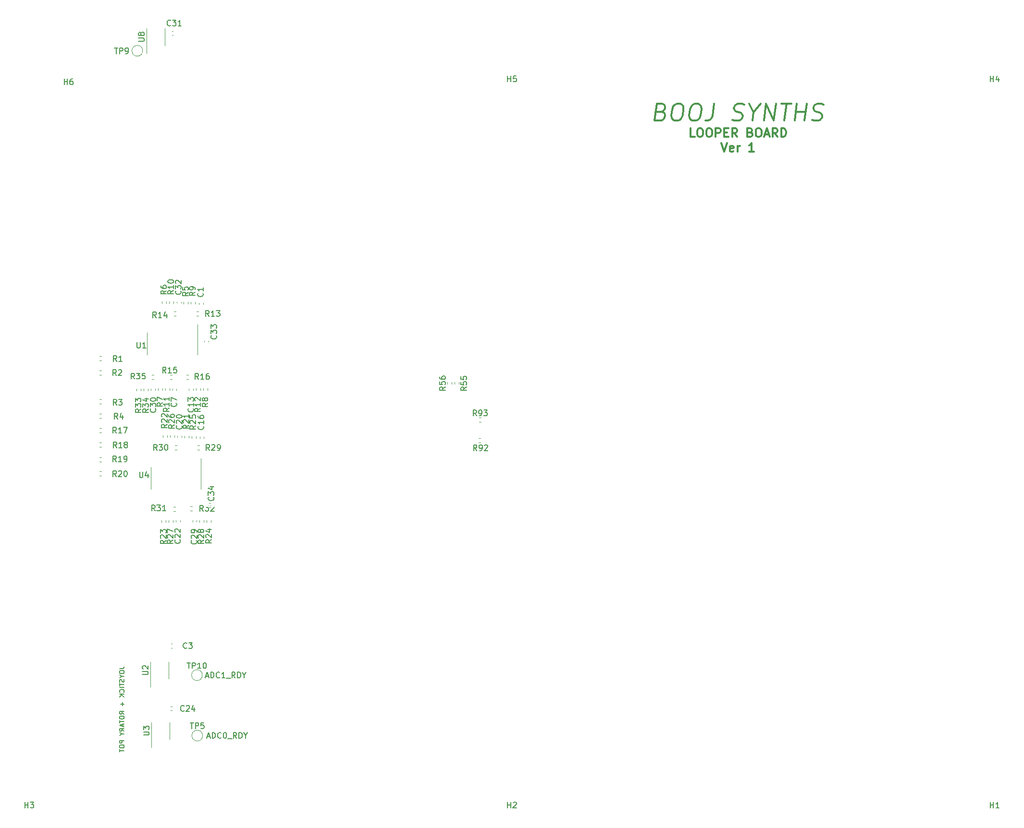
<source format=gto>
G04 #@! TF.GenerationSoftware,KiCad,Pcbnew,(5.1.9)-1*
G04 #@! TF.CreationDate,2021-06-08T08:09:59+01:00*
G04 #@! TF.ProjectId,Looper_Board,4c6f6f70-6572-45f4-926f-6172642e6b69,rev?*
G04 #@! TF.SameCoordinates,Original*
G04 #@! TF.FileFunction,Legend,Top*
G04 #@! TF.FilePolarity,Positive*
%FSLAX46Y46*%
G04 Gerber Fmt 4.6, Leading zero omitted, Abs format (unit mm)*
G04 Created by KiCad (PCBNEW (5.1.9)-1) date 2021-06-08 08:09:59*
%MOMM*%
%LPD*%
G01*
G04 APERTURE LIST*
%ADD10C,0.304800*%
%ADD11C,0.152400*%
%ADD12C,0.120000*%
%ADD13C,0.150000*%
%ADD14R,1.700000X1.700000*%
%ADD15O,1.700000X1.700000*%
%ADD16O,1.250000X1.050000*%
%ADD17O,1.900000X1.000000*%
%ADD18C,1.500000*%
%ADD19C,2.374900*%
%ADD20C,0.990600*%
%ADD21C,0.800000*%
%ADD22C,6.000000*%
G04 APERTURE END LIST*
D10*
X181370514Y-71784028D02*
X180644800Y-71784028D01*
X180644800Y-70260028D01*
X182168800Y-70260028D02*
X182459085Y-70260028D01*
X182604228Y-70332600D01*
X182749371Y-70477742D01*
X182821942Y-70768028D01*
X182821942Y-71276028D01*
X182749371Y-71566314D01*
X182604228Y-71711457D01*
X182459085Y-71784028D01*
X182168800Y-71784028D01*
X182023657Y-71711457D01*
X181878514Y-71566314D01*
X181805942Y-71276028D01*
X181805942Y-70768028D01*
X181878514Y-70477742D01*
X182023657Y-70332600D01*
X182168800Y-70260028D01*
X183765371Y-70260028D02*
X184055657Y-70260028D01*
X184200800Y-70332600D01*
X184345942Y-70477742D01*
X184418514Y-70768028D01*
X184418514Y-71276028D01*
X184345942Y-71566314D01*
X184200800Y-71711457D01*
X184055657Y-71784028D01*
X183765371Y-71784028D01*
X183620228Y-71711457D01*
X183475085Y-71566314D01*
X183402514Y-71276028D01*
X183402514Y-70768028D01*
X183475085Y-70477742D01*
X183620228Y-70332600D01*
X183765371Y-70260028D01*
X185071657Y-71784028D02*
X185071657Y-70260028D01*
X185652228Y-70260028D01*
X185797371Y-70332600D01*
X185869942Y-70405171D01*
X185942514Y-70550314D01*
X185942514Y-70768028D01*
X185869942Y-70913171D01*
X185797371Y-70985742D01*
X185652228Y-71058314D01*
X185071657Y-71058314D01*
X186595657Y-70985742D02*
X187103657Y-70985742D01*
X187321371Y-71784028D02*
X186595657Y-71784028D01*
X186595657Y-70260028D01*
X187321371Y-70260028D01*
X188845371Y-71784028D02*
X188337371Y-71058314D01*
X187974514Y-71784028D02*
X187974514Y-70260028D01*
X188555085Y-70260028D01*
X188700228Y-70332600D01*
X188772800Y-70405171D01*
X188845371Y-70550314D01*
X188845371Y-70768028D01*
X188772800Y-70913171D01*
X188700228Y-70985742D01*
X188555085Y-71058314D01*
X187974514Y-71058314D01*
X191167657Y-70985742D02*
X191385371Y-71058314D01*
X191457942Y-71130885D01*
X191530514Y-71276028D01*
X191530514Y-71493742D01*
X191457942Y-71638885D01*
X191385371Y-71711457D01*
X191240228Y-71784028D01*
X190659657Y-71784028D01*
X190659657Y-70260028D01*
X191167657Y-70260028D01*
X191312800Y-70332600D01*
X191385371Y-70405171D01*
X191457942Y-70550314D01*
X191457942Y-70695457D01*
X191385371Y-70840600D01*
X191312800Y-70913171D01*
X191167657Y-70985742D01*
X190659657Y-70985742D01*
X192473942Y-70260028D02*
X192764228Y-70260028D01*
X192909371Y-70332600D01*
X193054514Y-70477742D01*
X193127085Y-70768028D01*
X193127085Y-71276028D01*
X193054514Y-71566314D01*
X192909371Y-71711457D01*
X192764228Y-71784028D01*
X192473942Y-71784028D01*
X192328800Y-71711457D01*
X192183657Y-71566314D01*
X192111085Y-71276028D01*
X192111085Y-70768028D01*
X192183657Y-70477742D01*
X192328800Y-70332600D01*
X192473942Y-70260028D01*
X193707657Y-71348600D02*
X194433371Y-71348600D01*
X193562514Y-71784028D02*
X194070514Y-70260028D01*
X194578514Y-71784028D01*
X195957371Y-71784028D02*
X195449371Y-71058314D01*
X195086514Y-71784028D02*
X195086514Y-70260028D01*
X195667085Y-70260028D01*
X195812228Y-70332600D01*
X195884800Y-70405171D01*
X195957371Y-70550314D01*
X195957371Y-70768028D01*
X195884800Y-70913171D01*
X195812228Y-70985742D01*
X195667085Y-71058314D01*
X195086514Y-71058314D01*
X196610514Y-71784028D02*
X196610514Y-70260028D01*
X196973371Y-70260028D01*
X197191085Y-70332600D01*
X197336228Y-70477742D01*
X197408800Y-70622885D01*
X197481371Y-70913171D01*
X197481371Y-71130885D01*
X197408800Y-71421171D01*
X197336228Y-71566314D01*
X197191085Y-71711457D01*
X196973371Y-71784028D01*
X196610514Y-71784028D01*
X186087657Y-72850828D02*
X186595657Y-74374828D01*
X187103657Y-72850828D01*
X188192228Y-74302257D02*
X188047085Y-74374828D01*
X187756800Y-74374828D01*
X187611657Y-74302257D01*
X187539085Y-74157114D01*
X187539085Y-73576542D01*
X187611657Y-73431400D01*
X187756800Y-73358828D01*
X188047085Y-73358828D01*
X188192228Y-73431400D01*
X188264800Y-73576542D01*
X188264800Y-73721685D01*
X187539085Y-73866828D01*
X188917942Y-74374828D02*
X188917942Y-73358828D01*
X188917942Y-73649114D02*
X188990514Y-73503971D01*
X189063085Y-73431400D01*
X189208228Y-73358828D01*
X189353371Y-73358828D01*
X191820800Y-74374828D02*
X190949942Y-74374828D01*
X191385371Y-74374828D02*
X191385371Y-72850828D01*
X191240228Y-73068542D01*
X191095085Y-73213685D01*
X190949942Y-73286257D01*
X175495413Y-67349714D02*
X175906127Y-67492571D01*
X176031127Y-67635428D01*
X176138270Y-67921142D01*
X176084699Y-68349714D01*
X175906127Y-68635428D01*
X175745413Y-68778285D01*
X175441842Y-68921142D01*
X174298985Y-68921142D01*
X174673985Y-65921142D01*
X175673985Y-65921142D01*
X175941842Y-66064000D01*
X176066842Y-66206857D01*
X176173985Y-66492571D01*
X176138270Y-66778285D01*
X175959699Y-67064000D01*
X175798985Y-67206857D01*
X175495413Y-67349714D01*
X174495413Y-67349714D01*
X178245413Y-65921142D02*
X178816842Y-65921142D01*
X179084699Y-66064000D01*
X179334699Y-66349714D01*
X179406127Y-66921142D01*
X179281127Y-67921142D01*
X179066842Y-68492571D01*
X178745413Y-68778285D01*
X178441842Y-68921142D01*
X177870413Y-68921142D01*
X177602556Y-68778285D01*
X177352556Y-68492571D01*
X177281127Y-67921142D01*
X177406127Y-66921142D01*
X177620413Y-66349714D01*
X177941842Y-66064000D01*
X178245413Y-65921142D01*
X181388270Y-65921142D02*
X181959699Y-65921142D01*
X182227556Y-66064000D01*
X182477556Y-66349714D01*
X182548985Y-66921142D01*
X182423985Y-67921142D01*
X182209699Y-68492571D01*
X181888270Y-68778285D01*
X181584699Y-68921142D01*
X181013270Y-68921142D01*
X180745413Y-68778285D01*
X180495413Y-68492571D01*
X180423985Y-67921142D01*
X180548985Y-66921142D01*
X180763270Y-66349714D01*
X181084699Y-66064000D01*
X181388270Y-65921142D01*
X184816842Y-65921142D02*
X184548985Y-68064000D01*
X184352556Y-68492571D01*
X184031127Y-68778285D01*
X183584699Y-68921142D01*
X183298985Y-68921142D01*
X188031127Y-68778285D02*
X188441842Y-68921142D01*
X189156127Y-68921142D01*
X189459699Y-68778285D01*
X189620413Y-68635428D01*
X189798985Y-68349714D01*
X189834699Y-68064000D01*
X189727556Y-67778285D01*
X189602556Y-67635428D01*
X189334699Y-67492571D01*
X188781127Y-67349714D01*
X188513270Y-67206857D01*
X188388270Y-67064000D01*
X188281127Y-66778285D01*
X188316842Y-66492571D01*
X188495413Y-66206857D01*
X188656127Y-66064000D01*
X188959699Y-65921142D01*
X189673985Y-65921142D01*
X190084699Y-66064000D01*
X191763270Y-67492571D02*
X191584699Y-68921142D01*
X190959699Y-65921142D02*
X191763270Y-67492571D01*
X192959699Y-65921142D01*
X193584699Y-68921142D02*
X193959699Y-65921142D01*
X195298985Y-68921142D01*
X195673985Y-65921142D01*
X196673985Y-65921142D02*
X198388270Y-65921142D01*
X197156127Y-68921142D02*
X197531127Y-65921142D01*
X199013270Y-68921142D02*
X199388270Y-65921142D01*
X199209699Y-67349714D02*
X200923985Y-67349714D01*
X200727556Y-68921142D02*
X201102556Y-65921142D01*
X202031127Y-68778285D02*
X202441842Y-68921142D01*
X203156127Y-68921142D01*
X203459699Y-68778285D01*
X203620413Y-68635428D01*
X203798984Y-68349714D01*
X203834699Y-68064000D01*
X203727556Y-67778285D01*
X203602556Y-67635428D01*
X203334699Y-67492571D01*
X202781127Y-67349714D01*
X202513270Y-67206857D01*
X202388270Y-67064000D01*
X202281127Y-66778285D01*
X202316842Y-66492571D01*
X202495413Y-66206857D01*
X202656127Y-66064000D01*
X202959699Y-65921142D01*
X203673985Y-65921142D01*
X204084699Y-66064000D01*
D11*
X80034795Y-165565666D02*
X80615366Y-165565666D01*
X80731480Y-165526961D01*
X80808890Y-165449552D01*
X80847595Y-165333438D01*
X80847595Y-165256028D01*
X80034795Y-166107533D02*
X80034795Y-166262352D01*
X80073500Y-166339761D01*
X80150909Y-166417171D01*
X80305728Y-166455876D01*
X80576661Y-166455876D01*
X80731480Y-166417171D01*
X80808890Y-166339761D01*
X80847595Y-166262352D01*
X80847595Y-166107533D01*
X80808890Y-166030123D01*
X80731480Y-165952714D01*
X80576661Y-165914009D01*
X80305728Y-165914009D01*
X80150909Y-165952714D01*
X80073500Y-166030123D01*
X80034795Y-166107533D01*
X80460547Y-166959038D02*
X80847595Y-166959038D01*
X80034795Y-166688104D02*
X80460547Y-166959038D01*
X80034795Y-167229971D01*
X80808890Y-167462200D02*
X80847595Y-167578314D01*
X80847595Y-167771838D01*
X80808890Y-167849247D01*
X80770185Y-167887952D01*
X80692776Y-167926657D01*
X80615366Y-167926657D01*
X80537957Y-167887952D01*
X80499252Y-167849247D01*
X80460547Y-167771838D01*
X80421842Y-167617019D01*
X80383138Y-167539609D01*
X80344433Y-167500904D01*
X80267023Y-167462200D01*
X80189614Y-167462200D01*
X80112204Y-167500904D01*
X80073500Y-167539609D01*
X80034795Y-167617019D01*
X80034795Y-167810542D01*
X80073500Y-167926657D01*
X80034795Y-168158885D02*
X80034795Y-168623342D01*
X80847595Y-168391114D02*
X80034795Y-168391114D01*
X80847595Y-168894276D02*
X80034795Y-168894276D01*
X80770185Y-169745780D02*
X80808890Y-169707076D01*
X80847595Y-169590961D01*
X80847595Y-169513552D01*
X80808890Y-169397438D01*
X80731480Y-169320028D01*
X80654071Y-169281323D01*
X80499252Y-169242619D01*
X80383138Y-169242619D01*
X80228319Y-169281323D01*
X80150909Y-169320028D01*
X80073500Y-169397438D01*
X80034795Y-169513552D01*
X80034795Y-169590961D01*
X80073500Y-169707076D01*
X80112204Y-169745780D01*
X80847595Y-170094123D02*
X80034795Y-170094123D01*
X80847595Y-170558580D02*
X80383138Y-170210238D01*
X80034795Y-170558580D02*
X80499252Y-170094123D01*
X80537957Y-171526200D02*
X80537957Y-172145476D01*
X80847595Y-171835838D02*
X80228319Y-171835838D01*
X80847595Y-173616257D02*
X80460547Y-173345323D01*
X80847595Y-173151800D02*
X80034795Y-173151800D01*
X80034795Y-173461438D01*
X80073500Y-173538847D01*
X80112204Y-173577552D01*
X80189614Y-173616257D01*
X80305728Y-173616257D01*
X80383138Y-173577552D01*
X80421842Y-173538847D01*
X80460547Y-173461438D01*
X80460547Y-173151800D01*
X80034795Y-174119419D02*
X80034795Y-174274238D01*
X80073500Y-174351647D01*
X80150909Y-174429057D01*
X80305728Y-174467761D01*
X80576661Y-174467761D01*
X80731480Y-174429057D01*
X80808890Y-174351647D01*
X80847595Y-174274238D01*
X80847595Y-174119419D01*
X80808890Y-174042009D01*
X80731480Y-173964600D01*
X80576661Y-173925895D01*
X80305728Y-173925895D01*
X80150909Y-173964600D01*
X80073500Y-174042009D01*
X80034795Y-174119419D01*
X80034795Y-174699990D02*
X80034795Y-175164447D01*
X80847595Y-174932219D02*
X80034795Y-174932219D01*
X80615366Y-175396676D02*
X80615366Y-175783723D01*
X80847595Y-175319266D02*
X80034795Y-175590200D01*
X80847595Y-175861133D01*
X80847595Y-176596523D02*
X80460547Y-176325590D01*
X80847595Y-176132066D02*
X80034795Y-176132066D01*
X80034795Y-176441704D01*
X80073500Y-176519114D01*
X80112204Y-176557819D01*
X80189614Y-176596523D01*
X80305728Y-176596523D01*
X80383138Y-176557819D01*
X80421842Y-176519114D01*
X80460547Y-176441704D01*
X80460547Y-176132066D01*
X80460547Y-177099685D02*
X80847595Y-177099685D01*
X80034795Y-176828752D02*
X80460547Y-177099685D01*
X80034795Y-177370619D01*
X80847595Y-178260828D02*
X80034795Y-178260828D01*
X80034795Y-178570466D01*
X80073500Y-178647876D01*
X80112204Y-178686580D01*
X80189614Y-178725285D01*
X80305728Y-178725285D01*
X80383138Y-178686580D01*
X80421842Y-178647876D01*
X80460547Y-178570466D01*
X80460547Y-178260828D01*
X80034795Y-179228447D02*
X80034795Y-179383266D01*
X80073500Y-179460676D01*
X80150909Y-179538085D01*
X80305728Y-179576790D01*
X80576661Y-179576790D01*
X80731480Y-179538085D01*
X80808890Y-179460676D01*
X80847595Y-179383266D01*
X80847595Y-179228447D01*
X80808890Y-179151038D01*
X80731480Y-179073628D01*
X80576661Y-179034923D01*
X80305728Y-179034923D01*
X80150909Y-179073628D01*
X80073500Y-179151038D01*
X80034795Y-179228447D01*
X80034795Y-179809019D02*
X80034795Y-180273476D01*
X80847595Y-180041247D02*
X80034795Y-180041247D01*
D12*
X93779500Y-108292900D02*
X93779500Y-104842900D01*
X93779500Y-108292900D02*
X93779500Y-110242900D01*
X84909500Y-108292900D02*
X84909500Y-106342900D01*
X84909500Y-108292900D02*
X84909500Y-110242900D01*
X94759100Y-101296735D02*
X94759100Y-101065065D01*
X94039100Y-101296735D02*
X94039100Y-101065065D01*
X89076265Y-161929400D02*
X89307935Y-161929400D01*
X89076265Y-161209400D02*
X89307935Y-161209400D01*
X89352800Y-116228865D02*
X89352800Y-116460535D01*
X90072800Y-116228865D02*
X90072800Y-116460535D01*
X92993800Y-116228865D02*
X92993800Y-116460535D01*
X92273800Y-116228865D02*
X92273800Y-116460535D01*
X94178800Y-124918735D02*
X94178800Y-124687065D01*
X94898800Y-124918735D02*
X94898800Y-124687065D01*
X90241800Y-124766335D02*
X90241800Y-124534665D01*
X90961800Y-124766335D02*
X90961800Y-124534665D01*
X89987800Y-139444465D02*
X89987800Y-139676135D01*
X90707800Y-139444465D02*
X90707800Y-139676135D01*
X89038165Y-172953000D02*
X89269835Y-172953000D01*
X89038165Y-172233000D02*
X89269835Y-172233000D01*
X93603400Y-139444465D02*
X93603400Y-139676135D01*
X92883400Y-139444465D02*
X92883400Y-139676135D01*
X85593600Y-116241565D02*
X85593600Y-116473235D01*
X86313600Y-116241565D02*
X86313600Y-116473235D01*
X89241365Y-53132400D02*
X89473035Y-53132400D01*
X89241365Y-53852400D02*
X89473035Y-53852400D01*
X90127500Y-101093535D02*
X90127500Y-100861865D01*
X90847500Y-101093535D02*
X90847500Y-100861865D01*
X95711600Y-107951535D02*
X95711600Y-107719865D01*
X94991600Y-107951535D02*
X94991600Y-107719865D01*
X95819965Y-137126300D02*
X96051635Y-137126300D01*
X95819965Y-136406300D02*
X96051635Y-136406300D01*
X76824821Y-111200200D02*
X76489579Y-111200200D01*
X76824821Y-110440200D02*
X76489579Y-110440200D01*
X76824821Y-113005600D02*
X76489579Y-113005600D01*
X76824821Y-113765600D02*
X76489579Y-113765600D01*
X76809581Y-118843060D02*
X76474339Y-118843060D01*
X76809581Y-118083060D02*
X76474339Y-118083060D01*
X76809581Y-120623060D02*
X76474339Y-120623060D01*
X76809581Y-121383060D02*
X76474339Y-121383060D01*
X91352100Y-101272321D02*
X91352100Y-100937079D01*
X92112100Y-101272321D02*
X92112100Y-100937079D01*
X88276700Y-101145321D02*
X88276700Y-100810079D01*
X87516700Y-101145321D02*
X87516700Y-100810079D01*
X87552800Y-116177079D02*
X87552800Y-116512321D01*
X86792800Y-116177079D02*
X86792800Y-116512321D01*
X94793800Y-116177079D02*
X94793800Y-116512321D01*
X95553800Y-116177079D02*
X95553800Y-116512321D01*
X93382100Y-101272321D02*
X93382100Y-100937079D01*
X92622100Y-101272321D02*
X92622100Y-100937079D01*
X88812100Y-101145321D02*
X88812100Y-100810079D01*
X89572100Y-101145321D02*
X89572100Y-100810079D01*
X88062800Y-116177079D02*
X88062800Y-116512321D01*
X88822800Y-116177079D02*
X88822800Y-116512321D01*
X94283800Y-116177079D02*
X94283800Y-116512321D01*
X93523800Y-116177079D02*
X93523800Y-116512321D01*
X93596479Y-102629700D02*
X93931721Y-102629700D01*
X93596479Y-103389700D02*
X93931721Y-103389700D01*
X89659479Y-103389700D02*
X89994721Y-103389700D01*
X89659479Y-102629700D02*
X89994721Y-102629700D01*
X88910179Y-113780300D02*
X89245421Y-113780300D01*
X88910179Y-114540300D02*
X89245421Y-114540300D01*
X91856579Y-114540300D02*
X92191821Y-114540300D01*
X91856579Y-113780300D02*
X92191821Y-113780300D01*
X76809581Y-123163060D02*
X76474339Y-123163060D01*
X76809581Y-123923060D02*
X76474339Y-123923060D01*
X76809581Y-125703060D02*
X76474339Y-125703060D01*
X76809581Y-126463060D02*
X76474339Y-126463060D01*
X76809581Y-129051320D02*
X76474339Y-129051320D01*
X76809581Y-128291320D02*
X76474339Y-128291320D01*
X76809581Y-131576080D02*
X76474339Y-131576080D01*
X76809581Y-130816080D02*
X76474339Y-130816080D01*
X91491800Y-124894321D02*
X91491800Y-124559079D01*
X92251800Y-124894321D02*
X92251800Y-124559079D01*
X87681800Y-124767321D02*
X87681800Y-124432079D01*
X88441800Y-124767321D02*
X88441800Y-124432079D01*
X88187800Y-139392679D02*
X88187800Y-139727921D01*
X87427800Y-139392679D02*
X87427800Y-139727921D01*
X95403400Y-139392679D02*
X95403400Y-139727921D01*
X96163400Y-139392679D02*
X96163400Y-139727921D01*
X93521800Y-124945121D02*
X93521800Y-124609879D01*
X92761800Y-124945121D02*
X92761800Y-124609879D01*
X89711800Y-124767321D02*
X89711800Y-124432079D01*
X88951800Y-124767321D02*
X88951800Y-124432079D01*
X89457800Y-139392679D02*
X89457800Y-139727921D01*
X88697800Y-139392679D02*
X88697800Y-139727921D01*
X94133400Y-139392679D02*
X94133400Y-139727921D01*
X94893400Y-139392679D02*
X94893400Y-139727921D01*
X93736179Y-126251700D02*
X94071421Y-126251700D01*
X93736179Y-127011700D02*
X94071421Y-127011700D01*
X89799179Y-127011700D02*
X90134421Y-127011700D01*
X89799179Y-126251700D02*
X90134421Y-126251700D01*
X89545179Y-137021300D02*
X89880421Y-137021300D01*
X89545179Y-137781300D02*
X89880421Y-137781300D01*
X92466179Y-136970500D02*
X92801421Y-136970500D01*
X92466179Y-137730500D02*
X92801421Y-137730500D01*
X83033600Y-116189779D02*
X83033600Y-116525021D01*
X83793600Y-116189779D02*
X83793600Y-116525021D01*
X85076300Y-116189779D02*
X85076300Y-116525021D01*
X84316300Y-116189779D02*
X84316300Y-116525021D01*
X85735179Y-113780300D02*
X86070421Y-113780300D01*
X85735179Y-114540300D02*
X86070421Y-114540300D01*
X139787900Y-115072179D02*
X139787900Y-115407421D01*
X139027900Y-115072179D02*
X139027900Y-115407421D01*
X138530600Y-115407421D02*
X138530600Y-115072179D01*
X137770600Y-115407421D02*
X137770600Y-115072179D01*
X143652221Y-124930900D02*
X143316979Y-124930900D01*
X143652221Y-125690900D02*
X143316979Y-125690900D01*
X143393179Y-122084100D02*
X143728421Y-122084100D01*
X143393179Y-121324100D02*
X143728421Y-121324100D01*
X94676000Y-177393600D02*
G75*
G03*
X94676000Y-177393600I-950000J0D01*
G01*
X84109600Y-56603900D02*
G75*
G03*
X84109600Y-56603900I-950000J0D01*
G01*
X94625200Y-166725600D02*
G75*
G03*
X94625200Y-166725600I-950000J0D01*
G01*
X85531800Y-131940300D02*
X85531800Y-133890300D01*
X85531800Y-131940300D02*
X85531800Y-129990300D01*
X94401800Y-131940300D02*
X94401800Y-133890300D01*
X94401800Y-131940300D02*
X94401800Y-128490300D01*
X85461200Y-165874700D02*
X85461200Y-168799700D01*
X85461200Y-165874700D02*
X85461200Y-164374700D01*
X88681200Y-165874700D02*
X88681200Y-167374700D01*
X88681200Y-165874700D02*
X88681200Y-164374700D01*
X85636601Y-176530000D02*
X85636601Y-179455000D01*
X85636601Y-176530000D02*
X85636601Y-175030000D01*
X88856601Y-176530000D02*
X88856601Y-178030000D01*
X88856601Y-176530000D02*
X88856601Y-175030000D01*
X87993001Y-54152800D02*
X87993001Y-52652800D01*
X87993001Y-54152800D02*
X87993001Y-55652800D01*
X84773001Y-54152800D02*
X84773001Y-52652800D01*
X84773001Y-54152800D02*
X84773001Y-57077800D01*
D13*
X95205990Y-166917666D02*
X95682180Y-166917666D01*
X95110752Y-167203380D02*
X95444085Y-166203380D01*
X95777419Y-167203380D01*
X96110752Y-167203380D02*
X96110752Y-166203380D01*
X96348847Y-166203380D01*
X96491704Y-166251000D01*
X96586942Y-166346238D01*
X96634561Y-166441476D01*
X96682180Y-166631952D01*
X96682180Y-166774809D01*
X96634561Y-166965285D01*
X96586942Y-167060523D01*
X96491704Y-167155761D01*
X96348847Y-167203380D01*
X96110752Y-167203380D01*
X97682180Y-167108142D02*
X97634561Y-167155761D01*
X97491704Y-167203380D01*
X97396466Y-167203380D01*
X97253609Y-167155761D01*
X97158371Y-167060523D01*
X97110752Y-166965285D01*
X97063133Y-166774809D01*
X97063133Y-166631952D01*
X97110752Y-166441476D01*
X97158371Y-166346238D01*
X97253609Y-166251000D01*
X97396466Y-166203380D01*
X97491704Y-166203380D01*
X97634561Y-166251000D01*
X97682180Y-166298619D01*
X98634561Y-167203380D02*
X98063133Y-167203380D01*
X98348847Y-167203380D02*
X98348847Y-166203380D01*
X98253609Y-166346238D01*
X98158371Y-166441476D01*
X98063133Y-166489095D01*
X98825038Y-167298619D02*
X99586942Y-167298619D01*
X100396466Y-167203380D02*
X100063133Y-166727190D01*
X99825038Y-167203380D02*
X99825038Y-166203380D01*
X100205990Y-166203380D01*
X100301228Y-166251000D01*
X100348847Y-166298619D01*
X100396466Y-166393857D01*
X100396466Y-166536714D01*
X100348847Y-166631952D01*
X100301228Y-166679571D01*
X100205990Y-166727190D01*
X99825038Y-166727190D01*
X100825038Y-167203380D02*
X100825038Y-166203380D01*
X101063133Y-166203380D01*
X101205990Y-166251000D01*
X101301228Y-166346238D01*
X101348847Y-166441476D01*
X101396466Y-166631952D01*
X101396466Y-166774809D01*
X101348847Y-166965285D01*
X101301228Y-167060523D01*
X101205990Y-167155761D01*
X101063133Y-167203380D01*
X100825038Y-167203380D01*
X102015514Y-166727190D02*
X102015514Y-167203380D01*
X101682180Y-166203380D02*
X102015514Y-166727190D01*
X102348847Y-166203380D01*
X95459990Y-177560266D02*
X95936180Y-177560266D01*
X95364752Y-177845980D02*
X95698085Y-176845980D01*
X96031419Y-177845980D01*
X96364752Y-177845980D02*
X96364752Y-176845980D01*
X96602847Y-176845980D01*
X96745704Y-176893600D01*
X96840942Y-176988838D01*
X96888561Y-177084076D01*
X96936180Y-177274552D01*
X96936180Y-177417409D01*
X96888561Y-177607885D01*
X96840942Y-177703123D01*
X96745704Y-177798361D01*
X96602847Y-177845980D01*
X96364752Y-177845980D01*
X97936180Y-177750742D02*
X97888561Y-177798361D01*
X97745704Y-177845980D01*
X97650466Y-177845980D01*
X97507609Y-177798361D01*
X97412371Y-177703123D01*
X97364752Y-177607885D01*
X97317133Y-177417409D01*
X97317133Y-177274552D01*
X97364752Y-177084076D01*
X97412371Y-176988838D01*
X97507609Y-176893600D01*
X97650466Y-176845980D01*
X97745704Y-176845980D01*
X97888561Y-176893600D01*
X97936180Y-176941219D01*
X98555228Y-176845980D02*
X98650466Y-176845980D01*
X98745704Y-176893600D01*
X98793323Y-176941219D01*
X98840942Y-177036457D01*
X98888561Y-177226933D01*
X98888561Y-177465028D01*
X98840942Y-177655504D01*
X98793323Y-177750742D01*
X98745704Y-177798361D01*
X98650466Y-177845980D01*
X98555228Y-177845980D01*
X98459990Y-177798361D01*
X98412371Y-177750742D01*
X98364752Y-177655504D01*
X98317133Y-177465028D01*
X98317133Y-177226933D01*
X98364752Y-177036457D01*
X98412371Y-176941219D01*
X98459990Y-176893600D01*
X98555228Y-176845980D01*
X99079038Y-177941219D02*
X99840942Y-177941219D01*
X100650466Y-177845980D02*
X100317133Y-177369790D01*
X100079038Y-177845980D02*
X100079038Y-176845980D01*
X100459990Y-176845980D01*
X100555228Y-176893600D01*
X100602847Y-176941219D01*
X100650466Y-177036457D01*
X100650466Y-177179314D01*
X100602847Y-177274552D01*
X100555228Y-177322171D01*
X100459990Y-177369790D01*
X100079038Y-177369790D01*
X101079038Y-177845980D02*
X101079038Y-176845980D01*
X101317133Y-176845980D01*
X101459990Y-176893600D01*
X101555228Y-176988838D01*
X101602847Y-177084076D01*
X101650466Y-177274552D01*
X101650466Y-177417409D01*
X101602847Y-177607885D01*
X101555228Y-177703123D01*
X101459990Y-177798361D01*
X101317133Y-177845980D01*
X101079038Y-177845980D01*
X102269514Y-177369790D02*
X102269514Y-177845980D01*
X101936180Y-176845980D02*
X102269514Y-177369790D01*
X102602847Y-176845980D01*
X83108895Y-108011980D02*
X83108895Y-108821504D01*
X83156514Y-108916742D01*
X83204133Y-108964361D01*
X83299371Y-109011980D01*
X83489847Y-109011980D01*
X83585085Y-108964361D01*
X83632704Y-108916742D01*
X83680323Y-108821504D01*
X83680323Y-108011980D01*
X84680323Y-109011980D02*
X84108895Y-109011980D01*
X84394609Y-109011980D02*
X84394609Y-108011980D01*
X84299371Y-108154838D01*
X84204133Y-108250076D01*
X84108895Y-108297695D01*
X94680042Y-99340966D02*
X94727661Y-99388585D01*
X94775280Y-99531442D01*
X94775280Y-99626680D01*
X94727661Y-99769538D01*
X94632423Y-99864776D01*
X94537185Y-99912395D01*
X94346709Y-99960014D01*
X94203852Y-99960014D01*
X94013376Y-99912395D01*
X93918138Y-99864776D01*
X93822900Y-99769538D01*
X93775280Y-99626680D01*
X93775280Y-99531442D01*
X93822900Y-99388585D01*
X93870519Y-99340966D01*
X94775280Y-98388585D02*
X94775280Y-98960014D01*
X94775280Y-98674300D02*
X93775280Y-98674300D01*
X93918138Y-98769538D01*
X94013376Y-98864776D01*
X94060995Y-98960014D01*
X91882933Y-161913842D02*
X91835314Y-161961461D01*
X91692457Y-162009080D01*
X91597219Y-162009080D01*
X91454361Y-161961461D01*
X91359123Y-161866223D01*
X91311504Y-161770985D01*
X91263885Y-161580509D01*
X91263885Y-161437652D01*
X91311504Y-161247176D01*
X91359123Y-161151938D01*
X91454361Y-161056700D01*
X91597219Y-161009080D01*
X91692457Y-161009080D01*
X91835314Y-161056700D01*
X91882933Y-161104319D01*
X92216266Y-161009080D02*
X92835314Y-161009080D01*
X92501980Y-161390033D01*
X92644838Y-161390033D01*
X92740076Y-161437652D01*
X92787695Y-161485271D01*
X92835314Y-161580509D01*
X92835314Y-161818604D01*
X92787695Y-161913842D01*
X92740076Y-161961461D01*
X92644838Y-162009080D01*
X92359123Y-162009080D01*
X92263885Y-161961461D01*
X92216266Y-161913842D01*
X89993742Y-118721166D02*
X90041361Y-118768785D01*
X90088980Y-118911642D01*
X90088980Y-119006880D01*
X90041361Y-119149738D01*
X89946123Y-119244976D01*
X89850885Y-119292595D01*
X89660409Y-119340214D01*
X89517552Y-119340214D01*
X89327076Y-119292595D01*
X89231838Y-119244976D01*
X89136600Y-119149738D01*
X89088980Y-119006880D01*
X89088980Y-118911642D01*
X89136600Y-118768785D01*
X89184219Y-118721166D01*
X89088980Y-118387833D02*
X89088980Y-117721166D01*
X90088980Y-118149738D01*
X92990942Y-119679957D02*
X93038561Y-119727576D01*
X93086180Y-119870433D01*
X93086180Y-119965671D01*
X93038561Y-120108528D01*
X92943323Y-120203766D01*
X92848085Y-120251385D01*
X92657609Y-120299004D01*
X92514752Y-120299004D01*
X92324276Y-120251385D01*
X92229038Y-120203766D01*
X92133800Y-120108528D01*
X92086180Y-119965671D01*
X92086180Y-119870433D01*
X92133800Y-119727576D01*
X92181419Y-119679957D01*
X93086180Y-118727576D02*
X93086180Y-119299004D01*
X93086180Y-119013290D02*
X92086180Y-119013290D01*
X92229038Y-119108528D01*
X92324276Y-119203766D01*
X92371895Y-119299004D01*
X92086180Y-118394242D02*
X92086180Y-117775195D01*
X92467133Y-118108528D01*
X92467133Y-117965671D01*
X92514752Y-117870433D01*
X92562371Y-117822814D01*
X92657609Y-117775195D01*
X92895704Y-117775195D01*
X92990942Y-117822814D01*
X93038561Y-117870433D01*
X93086180Y-117965671D01*
X93086180Y-118251385D01*
X93038561Y-118346623D01*
X92990942Y-118394242D01*
X94752242Y-122791457D02*
X94799861Y-122839076D01*
X94847480Y-122981933D01*
X94847480Y-123077171D01*
X94799861Y-123220028D01*
X94704623Y-123315266D01*
X94609385Y-123362885D01*
X94418909Y-123410504D01*
X94276052Y-123410504D01*
X94085576Y-123362885D01*
X93990338Y-123315266D01*
X93895100Y-123220028D01*
X93847480Y-123077171D01*
X93847480Y-122981933D01*
X93895100Y-122839076D01*
X93942719Y-122791457D01*
X94847480Y-121839076D02*
X94847480Y-122410504D01*
X94847480Y-122124790D02*
X93847480Y-122124790D01*
X93990338Y-122220028D01*
X94085576Y-122315266D01*
X94133195Y-122410504D01*
X93847480Y-120981933D02*
X93847480Y-121172409D01*
X93895100Y-121267647D01*
X93942719Y-121315266D01*
X94085576Y-121410504D01*
X94276052Y-121458123D01*
X94657004Y-121458123D01*
X94752242Y-121410504D01*
X94799861Y-121362885D01*
X94847480Y-121267647D01*
X94847480Y-121077171D01*
X94799861Y-120981933D01*
X94752242Y-120934314D01*
X94657004Y-120886695D01*
X94418909Y-120886695D01*
X94323671Y-120934314D01*
X94276052Y-120981933D01*
X94228433Y-121077171D01*
X94228433Y-121267647D01*
X94276052Y-121362885D01*
X94323671Y-121410504D01*
X94418909Y-121458123D01*
X90933542Y-122702557D02*
X90981161Y-122750176D01*
X91028780Y-122893033D01*
X91028780Y-122988271D01*
X90981161Y-123131128D01*
X90885923Y-123226366D01*
X90790685Y-123273985D01*
X90600209Y-123321604D01*
X90457352Y-123321604D01*
X90266876Y-123273985D01*
X90171638Y-123226366D01*
X90076400Y-123131128D01*
X90028780Y-122988271D01*
X90028780Y-122893033D01*
X90076400Y-122750176D01*
X90124019Y-122702557D01*
X90124019Y-122321604D02*
X90076400Y-122273985D01*
X90028780Y-122178747D01*
X90028780Y-121940652D01*
X90076400Y-121845414D01*
X90124019Y-121797795D01*
X90219257Y-121750176D01*
X90314495Y-121750176D01*
X90457352Y-121797795D01*
X91028780Y-122369223D01*
X91028780Y-121750176D01*
X90028780Y-121131128D02*
X90028780Y-121035890D01*
X90076400Y-120940652D01*
X90124019Y-120893033D01*
X90219257Y-120845414D01*
X90409733Y-120797795D01*
X90647828Y-120797795D01*
X90838304Y-120845414D01*
X90933542Y-120893033D01*
X90981161Y-120940652D01*
X91028780Y-121035890D01*
X91028780Y-121131128D01*
X90981161Y-121226366D01*
X90933542Y-121273985D01*
X90838304Y-121321604D01*
X90647828Y-121369223D01*
X90409733Y-121369223D01*
X90219257Y-121321604D01*
X90124019Y-121273985D01*
X90076400Y-121226366D01*
X90028780Y-121131128D01*
X90654142Y-142844757D02*
X90701761Y-142892376D01*
X90749380Y-143035233D01*
X90749380Y-143130471D01*
X90701761Y-143273328D01*
X90606523Y-143368566D01*
X90511285Y-143416185D01*
X90320809Y-143463804D01*
X90177952Y-143463804D01*
X89987476Y-143416185D01*
X89892238Y-143368566D01*
X89797000Y-143273328D01*
X89749380Y-143130471D01*
X89749380Y-143035233D01*
X89797000Y-142892376D01*
X89844619Y-142844757D01*
X89844619Y-142463804D02*
X89797000Y-142416185D01*
X89749380Y-142320947D01*
X89749380Y-142082852D01*
X89797000Y-141987614D01*
X89844619Y-141939995D01*
X89939857Y-141892376D01*
X90035095Y-141892376D01*
X90177952Y-141939995D01*
X90749380Y-142511423D01*
X90749380Y-141892376D01*
X89844619Y-141511423D02*
X89797000Y-141463804D01*
X89749380Y-141368566D01*
X89749380Y-141130471D01*
X89797000Y-141035233D01*
X89844619Y-140987614D01*
X89939857Y-140939995D01*
X90035095Y-140939995D01*
X90177952Y-140987614D01*
X90749380Y-141559042D01*
X90749380Y-140939995D01*
X91406742Y-172988242D02*
X91359123Y-173035861D01*
X91216266Y-173083480D01*
X91121028Y-173083480D01*
X90978171Y-173035861D01*
X90882933Y-172940623D01*
X90835314Y-172845385D01*
X90787695Y-172654909D01*
X90787695Y-172512052D01*
X90835314Y-172321576D01*
X90882933Y-172226338D01*
X90978171Y-172131100D01*
X91121028Y-172083480D01*
X91216266Y-172083480D01*
X91359123Y-172131100D01*
X91406742Y-172178719D01*
X91787695Y-172178719D02*
X91835314Y-172131100D01*
X91930552Y-172083480D01*
X92168647Y-172083480D01*
X92263885Y-172131100D01*
X92311504Y-172178719D01*
X92359123Y-172273957D01*
X92359123Y-172369195D01*
X92311504Y-172512052D01*
X91740076Y-173083480D01*
X92359123Y-173083480D01*
X93216266Y-172416814D02*
X93216266Y-173083480D01*
X92978171Y-172035861D02*
X92740076Y-172750147D01*
X93359123Y-172750147D01*
X93549742Y-142971757D02*
X93597361Y-143019376D01*
X93644980Y-143162233D01*
X93644980Y-143257471D01*
X93597361Y-143400328D01*
X93502123Y-143495566D01*
X93406885Y-143543185D01*
X93216409Y-143590804D01*
X93073552Y-143590804D01*
X92883076Y-143543185D01*
X92787838Y-143495566D01*
X92692600Y-143400328D01*
X92644980Y-143257471D01*
X92644980Y-143162233D01*
X92692600Y-143019376D01*
X92740219Y-142971757D01*
X92740219Y-142590804D02*
X92692600Y-142543185D01*
X92644980Y-142447947D01*
X92644980Y-142209852D01*
X92692600Y-142114614D01*
X92740219Y-142066995D01*
X92835457Y-142019376D01*
X92930695Y-142019376D01*
X93073552Y-142066995D01*
X93644980Y-142638423D01*
X93644980Y-142019376D01*
X93644980Y-141543185D02*
X93644980Y-141352709D01*
X93597361Y-141257471D01*
X93549742Y-141209852D01*
X93406885Y-141114614D01*
X93216409Y-141066995D01*
X92835457Y-141066995D01*
X92740219Y-141114614D01*
X92692600Y-141162233D01*
X92644980Y-141257471D01*
X92644980Y-141447947D01*
X92692600Y-141543185D01*
X92740219Y-141590804D01*
X92835457Y-141638423D01*
X93073552Y-141638423D01*
X93168790Y-141590804D01*
X93216409Y-141543185D01*
X93264028Y-141447947D01*
X93264028Y-141257471D01*
X93216409Y-141162233D01*
X93168790Y-141114614D01*
X93073552Y-141066995D01*
X86336142Y-119730757D02*
X86383761Y-119778376D01*
X86431380Y-119921233D01*
X86431380Y-120016471D01*
X86383761Y-120159328D01*
X86288523Y-120254566D01*
X86193285Y-120302185D01*
X86002809Y-120349804D01*
X85859952Y-120349804D01*
X85669476Y-120302185D01*
X85574238Y-120254566D01*
X85479000Y-120159328D01*
X85431380Y-120016471D01*
X85431380Y-119921233D01*
X85479000Y-119778376D01*
X85526619Y-119730757D01*
X85431380Y-119397423D02*
X85431380Y-118778376D01*
X85812333Y-119111709D01*
X85812333Y-118968852D01*
X85859952Y-118873614D01*
X85907571Y-118825995D01*
X86002809Y-118778376D01*
X86240904Y-118778376D01*
X86336142Y-118825995D01*
X86383761Y-118873614D01*
X86431380Y-118968852D01*
X86431380Y-119254566D01*
X86383761Y-119349804D01*
X86336142Y-119397423D01*
X85431380Y-118159328D02*
X85431380Y-118064090D01*
X85479000Y-117968852D01*
X85526619Y-117921233D01*
X85621857Y-117873614D01*
X85812333Y-117825995D01*
X86050428Y-117825995D01*
X86240904Y-117873614D01*
X86336142Y-117921233D01*
X86383761Y-117968852D01*
X86431380Y-118064090D01*
X86431380Y-118159328D01*
X86383761Y-118254566D01*
X86336142Y-118302185D01*
X86240904Y-118349804D01*
X86050428Y-118397423D01*
X85812333Y-118397423D01*
X85621857Y-118349804D01*
X85526619Y-118302185D01*
X85479000Y-118254566D01*
X85431380Y-118159328D01*
X89019142Y-52096942D02*
X88971523Y-52144561D01*
X88828666Y-52192180D01*
X88733428Y-52192180D01*
X88590571Y-52144561D01*
X88495333Y-52049323D01*
X88447714Y-51954085D01*
X88400095Y-51763609D01*
X88400095Y-51620752D01*
X88447714Y-51430276D01*
X88495333Y-51335038D01*
X88590571Y-51239800D01*
X88733428Y-51192180D01*
X88828666Y-51192180D01*
X88971523Y-51239800D01*
X89019142Y-51287419D01*
X89352476Y-51192180D02*
X89971523Y-51192180D01*
X89638190Y-51573133D01*
X89781047Y-51573133D01*
X89876285Y-51620752D01*
X89923904Y-51668371D01*
X89971523Y-51763609D01*
X89971523Y-52001704D01*
X89923904Y-52096942D01*
X89876285Y-52144561D01*
X89781047Y-52192180D01*
X89495333Y-52192180D01*
X89400095Y-52144561D01*
X89352476Y-52096942D01*
X90923904Y-52192180D02*
X90352476Y-52192180D01*
X90638190Y-52192180D02*
X90638190Y-51192180D01*
X90542952Y-51335038D01*
X90447714Y-51430276D01*
X90352476Y-51477895D01*
X90793842Y-98953557D02*
X90841461Y-99001176D01*
X90889080Y-99144033D01*
X90889080Y-99239271D01*
X90841461Y-99382128D01*
X90746223Y-99477366D01*
X90650985Y-99524985D01*
X90460509Y-99572604D01*
X90317652Y-99572604D01*
X90127176Y-99524985D01*
X90031938Y-99477366D01*
X89936700Y-99382128D01*
X89889080Y-99239271D01*
X89889080Y-99144033D01*
X89936700Y-99001176D01*
X89984319Y-98953557D01*
X89889080Y-98620223D02*
X89889080Y-98001176D01*
X90270033Y-98334509D01*
X90270033Y-98191652D01*
X90317652Y-98096414D01*
X90365271Y-98048795D01*
X90460509Y-98001176D01*
X90698604Y-98001176D01*
X90793842Y-98048795D01*
X90841461Y-98096414D01*
X90889080Y-98191652D01*
X90889080Y-98477366D01*
X90841461Y-98572604D01*
X90793842Y-98620223D01*
X89984319Y-97620223D02*
X89936700Y-97572604D01*
X89889080Y-97477366D01*
X89889080Y-97239271D01*
X89936700Y-97144033D01*
X89984319Y-97096414D01*
X90079557Y-97048795D01*
X90174795Y-97048795D01*
X90317652Y-97096414D01*
X90889080Y-97667842D01*
X90889080Y-97048795D01*
X97029542Y-106814857D02*
X97077161Y-106862476D01*
X97124780Y-107005333D01*
X97124780Y-107100571D01*
X97077161Y-107243428D01*
X96981923Y-107338666D01*
X96886685Y-107386285D01*
X96696209Y-107433904D01*
X96553352Y-107433904D01*
X96362876Y-107386285D01*
X96267638Y-107338666D01*
X96172400Y-107243428D01*
X96124780Y-107100571D01*
X96124780Y-107005333D01*
X96172400Y-106862476D01*
X96220019Y-106814857D01*
X96124780Y-106481523D02*
X96124780Y-105862476D01*
X96505733Y-106195809D01*
X96505733Y-106052952D01*
X96553352Y-105957714D01*
X96600971Y-105910095D01*
X96696209Y-105862476D01*
X96934304Y-105862476D01*
X97029542Y-105910095D01*
X97077161Y-105957714D01*
X97124780Y-106052952D01*
X97124780Y-106338666D01*
X97077161Y-106433904D01*
X97029542Y-106481523D01*
X96124780Y-105529142D02*
X96124780Y-104910095D01*
X96505733Y-105243428D01*
X96505733Y-105100571D01*
X96553352Y-105005333D01*
X96600971Y-104957714D01*
X96696209Y-104910095D01*
X96934304Y-104910095D01*
X97029542Y-104957714D01*
X97077161Y-105005333D01*
X97124780Y-105100571D01*
X97124780Y-105386285D01*
X97077161Y-105481523D01*
X97029542Y-105529142D01*
X96572342Y-135326357D02*
X96619961Y-135373976D01*
X96667580Y-135516833D01*
X96667580Y-135612071D01*
X96619961Y-135754928D01*
X96524723Y-135850166D01*
X96429485Y-135897785D01*
X96239009Y-135945404D01*
X96096152Y-135945404D01*
X95905676Y-135897785D01*
X95810438Y-135850166D01*
X95715200Y-135754928D01*
X95667580Y-135612071D01*
X95667580Y-135516833D01*
X95715200Y-135373976D01*
X95762819Y-135326357D01*
X95667580Y-134993023D02*
X95667580Y-134373976D01*
X96048533Y-134707309D01*
X96048533Y-134564452D01*
X96096152Y-134469214D01*
X96143771Y-134421595D01*
X96239009Y-134373976D01*
X96477104Y-134373976D01*
X96572342Y-134421595D01*
X96619961Y-134469214D01*
X96667580Y-134564452D01*
X96667580Y-134850166D01*
X96619961Y-134945404D01*
X96572342Y-134993023D01*
X96000914Y-133516833D02*
X96667580Y-133516833D01*
X95619961Y-133754928D02*
X96334247Y-133993023D01*
X96334247Y-133373976D01*
X79538533Y-111374180D02*
X79205200Y-110897990D01*
X78967104Y-111374180D02*
X78967104Y-110374180D01*
X79348057Y-110374180D01*
X79443295Y-110421800D01*
X79490914Y-110469419D01*
X79538533Y-110564657D01*
X79538533Y-110707514D01*
X79490914Y-110802752D01*
X79443295Y-110850371D01*
X79348057Y-110897990D01*
X78967104Y-110897990D01*
X80490914Y-111374180D02*
X79919485Y-111374180D01*
X80205200Y-111374180D02*
X80205200Y-110374180D01*
X80109961Y-110517038D01*
X80014723Y-110612276D01*
X79919485Y-110659895D01*
X79462333Y-113863380D02*
X79129000Y-113387190D01*
X78890904Y-113863380D02*
X78890904Y-112863380D01*
X79271857Y-112863380D01*
X79367095Y-112911000D01*
X79414714Y-112958619D01*
X79462333Y-113053857D01*
X79462333Y-113196714D01*
X79414714Y-113291952D01*
X79367095Y-113339571D01*
X79271857Y-113387190D01*
X78890904Y-113387190D01*
X79843285Y-112958619D02*
X79890904Y-112911000D01*
X79986142Y-112863380D01*
X80224238Y-112863380D01*
X80319476Y-112911000D01*
X80367095Y-112958619D01*
X80414714Y-113053857D01*
X80414714Y-113149095D01*
X80367095Y-113291952D01*
X79795666Y-113863380D01*
X80414714Y-113863380D01*
X79513133Y-119095780D02*
X79179800Y-118619590D01*
X78941704Y-119095780D02*
X78941704Y-118095780D01*
X79322657Y-118095780D01*
X79417895Y-118143400D01*
X79465514Y-118191019D01*
X79513133Y-118286257D01*
X79513133Y-118429114D01*
X79465514Y-118524352D01*
X79417895Y-118571971D01*
X79322657Y-118619590D01*
X78941704Y-118619590D01*
X79846466Y-118095780D02*
X80465514Y-118095780D01*
X80132180Y-118476733D01*
X80275038Y-118476733D01*
X80370276Y-118524352D01*
X80417895Y-118571971D01*
X80465514Y-118667209D01*
X80465514Y-118905304D01*
X80417895Y-119000542D01*
X80370276Y-119048161D01*
X80275038Y-119095780D01*
X79989323Y-119095780D01*
X79894085Y-119048161D01*
X79846466Y-119000542D01*
X79716333Y-121534180D02*
X79383000Y-121057990D01*
X79144904Y-121534180D02*
X79144904Y-120534180D01*
X79525857Y-120534180D01*
X79621095Y-120581800D01*
X79668714Y-120629419D01*
X79716333Y-120724657D01*
X79716333Y-120867514D01*
X79668714Y-120962752D01*
X79621095Y-121010371D01*
X79525857Y-121057990D01*
X79144904Y-121057990D01*
X80573476Y-120867514D02*
X80573476Y-121534180D01*
X80335380Y-120486561D02*
X80097285Y-121200847D01*
X80716333Y-121200847D01*
X92133680Y-99188566D02*
X91657490Y-99521900D01*
X92133680Y-99759995D02*
X91133680Y-99759995D01*
X91133680Y-99379042D01*
X91181300Y-99283804D01*
X91228919Y-99236185D01*
X91324157Y-99188566D01*
X91467014Y-99188566D01*
X91562252Y-99236185D01*
X91609871Y-99283804D01*
X91657490Y-99379042D01*
X91657490Y-99759995D01*
X91133680Y-98283804D02*
X91133680Y-98759995D01*
X91609871Y-98807614D01*
X91562252Y-98759995D01*
X91514633Y-98664757D01*
X91514633Y-98426661D01*
X91562252Y-98331423D01*
X91609871Y-98283804D01*
X91705109Y-98236185D01*
X91943204Y-98236185D01*
X92038442Y-98283804D01*
X92086061Y-98331423D01*
X92133680Y-98426661D01*
X92133680Y-98664757D01*
X92086061Y-98759995D01*
X92038442Y-98807614D01*
X88298280Y-98909166D02*
X87822090Y-99242500D01*
X88298280Y-99480595D02*
X87298280Y-99480595D01*
X87298280Y-99099642D01*
X87345900Y-99004404D01*
X87393519Y-98956785D01*
X87488757Y-98909166D01*
X87631614Y-98909166D01*
X87726852Y-98956785D01*
X87774471Y-99004404D01*
X87822090Y-99099642D01*
X87822090Y-99480595D01*
X87298280Y-98052023D02*
X87298280Y-98242500D01*
X87345900Y-98337738D01*
X87393519Y-98385357D01*
X87536376Y-98480595D01*
X87726852Y-98528214D01*
X88107804Y-98528214D01*
X88203042Y-98480595D01*
X88250661Y-98432976D01*
X88298280Y-98337738D01*
X88298280Y-98147261D01*
X88250661Y-98052023D01*
X88203042Y-98004404D01*
X88107804Y-97956785D01*
X87869709Y-97956785D01*
X87774471Y-98004404D01*
X87726852Y-98052023D01*
X87679233Y-98147261D01*
X87679233Y-98337738D01*
X87726852Y-98432976D01*
X87774471Y-98480595D01*
X87869709Y-98528214D01*
X87625180Y-118695766D02*
X87148990Y-119029100D01*
X87625180Y-119267195D02*
X86625180Y-119267195D01*
X86625180Y-118886242D01*
X86672800Y-118791004D01*
X86720419Y-118743385D01*
X86815657Y-118695766D01*
X86958514Y-118695766D01*
X87053752Y-118743385D01*
X87101371Y-118791004D01*
X87148990Y-118886242D01*
X87148990Y-119267195D01*
X86625180Y-118362433D02*
X86625180Y-117695766D01*
X87625180Y-118124338D01*
X95575380Y-118746566D02*
X95099190Y-119079900D01*
X95575380Y-119317995D02*
X94575380Y-119317995D01*
X94575380Y-118937042D01*
X94623000Y-118841804D01*
X94670619Y-118794185D01*
X94765857Y-118746566D01*
X94908714Y-118746566D01*
X95003952Y-118794185D01*
X95051571Y-118841804D01*
X95099190Y-118937042D01*
X95099190Y-119317995D01*
X95003952Y-118175138D02*
X94956333Y-118270376D01*
X94908714Y-118317995D01*
X94813476Y-118365614D01*
X94765857Y-118365614D01*
X94670619Y-118317995D01*
X94623000Y-118270376D01*
X94575380Y-118175138D01*
X94575380Y-117984661D01*
X94623000Y-117889423D01*
X94670619Y-117841804D01*
X94765857Y-117794185D01*
X94813476Y-117794185D01*
X94908714Y-117841804D01*
X94956333Y-117889423D01*
X95003952Y-117984661D01*
X95003952Y-118175138D01*
X95051571Y-118270376D01*
X95099190Y-118317995D01*
X95194428Y-118365614D01*
X95384904Y-118365614D01*
X95480142Y-118317995D01*
X95527761Y-118270376D01*
X95575380Y-118175138D01*
X95575380Y-117984661D01*
X95527761Y-117889423D01*
X95480142Y-117841804D01*
X95384904Y-117794185D01*
X95194428Y-117794185D01*
X95099190Y-117841804D01*
X95051571Y-117889423D01*
X95003952Y-117984661D01*
X93352880Y-99163166D02*
X92876690Y-99496500D01*
X93352880Y-99734595D02*
X92352880Y-99734595D01*
X92352880Y-99353642D01*
X92400500Y-99258404D01*
X92448119Y-99210785D01*
X92543357Y-99163166D01*
X92686214Y-99163166D01*
X92781452Y-99210785D01*
X92829071Y-99258404D01*
X92876690Y-99353642D01*
X92876690Y-99734595D01*
X93352880Y-98686976D02*
X93352880Y-98496500D01*
X93305261Y-98401261D01*
X93257642Y-98353642D01*
X93114785Y-98258404D01*
X92924309Y-98210785D01*
X92543357Y-98210785D01*
X92448119Y-98258404D01*
X92400500Y-98306023D01*
X92352880Y-98401261D01*
X92352880Y-98591738D01*
X92400500Y-98686976D01*
X92448119Y-98734595D01*
X92543357Y-98782214D01*
X92781452Y-98782214D01*
X92876690Y-98734595D01*
X92924309Y-98686976D01*
X92971928Y-98591738D01*
X92971928Y-98401261D01*
X92924309Y-98306023D01*
X92876690Y-98258404D01*
X92781452Y-98210785D01*
X89542880Y-98902757D02*
X89066690Y-99236090D01*
X89542880Y-99474185D02*
X88542880Y-99474185D01*
X88542880Y-99093233D01*
X88590500Y-98997995D01*
X88638119Y-98950376D01*
X88733357Y-98902757D01*
X88876214Y-98902757D01*
X88971452Y-98950376D01*
X89019071Y-98997995D01*
X89066690Y-99093233D01*
X89066690Y-99474185D01*
X89542880Y-97950376D02*
X89542880Y-98521804D01*
X89542880Y-98236090D02*
X88542880Y-98236090D01*
X88685738Y-98331328D01*
X88780976Y-98426566D01*
X88828595Y-98521804D01*
X88542880Y-97331328D02*
X88542880Y-97236090D01*
X88590500Y-97140852D01*
X88638119Y-97093233D01*
X88733357Y-97045614D01*
X88923833Y-96997995D01*
X89161928Y-96997995D01*
X89352404Y-97045614D01*
X89447642Y-97093233D01*
X89495261Y-97140852D01*
X89542880Y-97236090D01*
X89542880Y-97331328D01*
X89495261Y-97426566D01*
X89447642Y-97474185D01*
X89352404Y-97521804D01*
X89161928Y-97569423D01*
X88923833Y-97569423D01*
X88733357Y-97521804D01*
X88638119Y-97474185D01*
X88590500Y-97426566D01*
X88542880Y-97331328D01*
X88793580Y-119629157D02*
X88317390Y-119962490D01*
X88793580Y-120200585D02*
X87793580Y-120200585D01*
X87793580Y-119819633D01*
X87841200Y-119724395D01*
X87888819Y-119676776D01*
X87984057Y-119629157D01*
X88126914Y-119629157D01*
X88222152Y-119676776D01*
X88269771Y-119724395D01*
X88317390Y-119819633D01*
X88317390Y-120200585D01*
X88793580Y-118676776D02*
X88793580Y-119248204D01*
X88793580Y-118962490D02*
X87793580Y-118962490D01*
X87936438Y-119057728D01*
X88031676Y-119152966D01*
X88079295Y-119248204D01*
X88793580Y-117724395D02*
X88793580Y-118295823D01*
X88793580Y-118010109D02*
X87793580Y-118010109D01*
X87936438Y-118105347D01*
X88031676Y-118200585D01*
X88079295Y-118295823D01*
X94279980Y-119654557D02*
X93803790Y-119987890D01*
X94279980Y-120225985D02*
X93279980Y-120225985D01*
X93279980Y-119845033D01*
X93327600Y-119749795D01*
X93375219Y-119702176D01*
X93470457Y-119654557D01*
X93613314Y-119654557D01*
X93708552Y-119702176D01*
X93756171Y-119749795D01*
X93803790Y-119845033D01*
X93803790Y-120225985D01*
X94279980Y-118702176D02*
X94279980Y-119273604D01*
X94279980Y-118987890D02*
X93279980Y-118987890D01*
X93422838Y-119083128D01*
X93518076Y-119178366D01*
X93565695Y-119273604D01*
X93375219Y-118321223D02*
X93327600Y-118273604D01*
X93279980Y-118178366D01*
X93279980Y-117940271D01*
X93327600Y-117845033D01*
X93375219Y-117797414D01*
X93470457Y-117749795D01*
X93565695Y-117749795D01*
X93708552Y-117797414D01*
X94279980Y-118368842D01*
X94279980Y-117749795D01*
X95813642Y-103436680D02*
X95480309Y-102960490D01*
X95242214Y-103436680D02*
X95242214Y-102436680D01*
X95623166Y-102436680D01*
X95718404Y-102484300D01*
X95766023Y-102531919D01*
X95813642Y-102627157D01*
X95813642Y-102770014D01*
X95766023Y-102865252D01*
X95718404Y-102912871D01*
X95623166Y-102960490D01*
X95242214Y-102960490D01*
X96766023Y-103436680D02*
X96194595Y-103436680D01*
X96480309Y-103436680D02*
X96480309Y-102436680D01*
X96385071Y-102579538D01*
X96289833Y-102674776D01*
X96194595Y-102722395D01*
X97099357Y-102436680D02*
X97718404Y-102436680D01*
X97385071Y-102817633D01*
X97527928Y-102817633D01*
X97623166Y-102865252D01*
X97670785Y-102912871D01*
X97718404Y-103008109D01*
X97718404Y-103246204D01*
X97670785Y-103341442D01*
X97623166Y-103389061D01*
X97527928Y-103436680D01*
X97242214Y-103436680D01*
X97146976Y-103389061D01*
X97099357Y-103341442D01*
X86504542Y-103652580D02*
X86171209Y-103176390D01*
X85933114Y-103652580D02*
X85933114Y-102652580D01*
X86314066Y-102652580D01*
X86409304Y-102700200D01*
X86456923Y-102747819D01*
X86504542Y-102843057D01*
X86504542Y-102985914D01*
X86456923Y-103081152D01*
X86409304Y-103128771D01*
X86314066Y-103176390D01*
X85933114Y-103176390D01*
X87456923Y-103652580D02*
X86885495Y-103652580D01*
X87171209Y-103652580D02*
X87171209Y-102652580D01*
X87075971Y-102795438D01*
X86980733Y-102890676D01*
X86885495Y-102938295D01*
X88314066Y-102985914D02*
X88314066Y-103652580D01*
X88075971Y-102604961D02*
X87837876Y-103319247D01*
X88456923Y-103319247D01*
X88206342Y-113406180D02*
X87873009Y-112929990D01*
X87634914Y-113406180D02*
X87634914Y-112406180D01*
X88015866Y-112406180D01*
X88111104Y-112453800D01*
X88158723Y-112501419D01*
X88206342Y-112596657D01*
X88206342Y-112739514D01*
X88158723Y-112834752D01*
X88111104Y-112882371D01*
X88015866Y-112929990D01*
X87634914Y-112929990D01*
X89158723Y-113406180D02*
X88587295Y-113406180D01*
X88873009Y-113406180D02*
X88873009Y-112406180D01*
X88777771Y-112549038D01*
X88682533Y-112644276D01*
X88587295Y-112691895D01*
X90063485Y-112406180D02*
X89587295Y-112406180D01*
X89539676Y-112882371D01*
X89587295Y-112834752D01*
X89682533Y-112787133D01*
X89920628Y-112787133D01*
X90015866Y-112834752D01*
X90063485Y-112882371D01*
X90111104Y-112977609D01*
X90111104Y-113215704D01*
X90063485Y-113310942D01*
X90015866Y-113358561D01*
X89920628Y-113406180D01*
X89682533Y-113406180D01*
X89587295Y-113358561D01*
X89539676Y-113310942D01*
X93946742Y-114536480D02*
X93613409Y-114060290D01*
X93375314Y-114536480D02*
X93375314Y-113536480D01*
X93756266Y-113536480D01*
X93851504Y-113584100D01*
X93899123Y-113631719D01*
X93946742Y-113726957D01*
X93946742Y-113869814D01*
X93899123Y-113965052D01*
X93851504Y-114012671D01*
X93756266Y-114060290D01*
X93375314Y-114060290D01*
X94899123Y-114536480D02*
X94327695Y-114536480D01*
X94613409Y-114536480D02*
X94613409Y-113536480D01*
X94518171Y-113679338D01*
X94422933Y-113774576D01*
X94327695Y-113822195D01*
X95756266Y-113536480D02*
X95565790Y-113536480D01*
X95470552Y-113584100D01*
X95422933Y-113631719D01*
X95327695Y-113774576D01*
X95280076Y-113965052D01*
X95280076Y-114346004D01*
X95327695Y-114441242D01*
X95375314Y-114488861D01*
X95470552Y-114536480D01*
X95661028Y-114536480D01*
X95756266Y-114488861D01*
X95803885Y-114441242D01*
X95851504Y-114346004D01*
X95851504Y-114107909D01*
X95803885Y-114012671D01*
X95756266Y-113965052D01*
X95661028Y-113917433D01*
X95470552Y-113917433D01*
X95375314Y-113965052D01*
X95327695Y-114012671D01*
X95280076Y-114107909D01*
X79468742Y-124023380D02*
X79135409Y-123547190D01*
X78897314Y-124023380D02*
X78897314Y-123023380D01*
X79278266Y-123023380D01*
X79373504Y-123071000D01*
X79421123Y-123118619D01*
X79468742Y-123213857D01*
X79468742Y-123356714D01*
X79421123Y-123451952D01*
X79373504Y-123499571D01*
X79278266Y-123547190D01*
X78897314Y-123547190D01*
X80421123Y-124023380D02*
X79849695Y-124023380D01*
X80135409Y-124023380D02*
X80135409Y-123023380D01*
X80040171Y-123166238D01*
X79944933Y-123261476D01*
X79849695Y-123309095D01*
X80754457Y-123023380D02*
X81421123Y-123023380D01*
X80992552Y-124023380D01*
X79519542Y-126611640D02*
X79186209Y-126135450D01*
X78948114Y-126611640D02*
X78948114Y-125611640D01*
X79329066Y-125611640D01*
X79424304Y-125659260D01*
X79471923Y-125706879D01*
X79519542Y-125802117D01*
X79519542Y-125944974D01*
X79471923Y-126040212D01*
X79424304Y-126087831D01*
X79329066Y-126135450D01*
X78948114Y-126135450D01*
X80471923Y-126611640D02*
X79900495Y-126611640D01*
X80186209Y-126611640D02*
X80186209Y-125611640D01*
X80090971Y-125754498D01*
X79995733Y-125849736D01*
X79900495Y-125897355D01*
X81043352Y-126040212D02*
X80948114Y-125992593D01*
X80900495Y-125944974D01*
X80852876Y-125849736D01*
X80852876Y-125802117D01*
X80900495Y-125706879D01*
X80948114Y-125659260D01*
X81043352Y-125611640D01*
X81233828Y-125611640D01*
X81329066Y-125659260D01*
X81376685Y-125706879D01*
X81424304Y-125802117D01*
X81424304Y-125849736D01*
X81376685Y-125944974D01*
X81329066Y-125992593D01*
X81233828Y-126040212D01*
X81043352Y-126040212D01*
X80948114Y-126087831D01*
X80900495Y-126135450D01*
X80852876Y-126230688D01*
X80852876Y-126421164D01*
X80900495Y-126516402D01*
X80948114Y-126564021D01*
X81043352Y-126611640D01*
X81233828Y-126611640D01*
X81329066Y-126564021D01*
X81376685Y-126516402D01*
X81424304Y-126421164D01*
X81424304Y-126230688D01*
X81376685Y-126135450D01*
X81329066Y-126087831D01*
X81233828Y-126040212D01*
X79443342Y-129077980D02*
X79110009Y-128601790D01*
X78871914Y-129077980D02*
X78871914Y-128077980D01*
X79252866Y-128077980D01*
X79348104Y-128125600D01*
X79395723Y-128173219D01*
X79443342Y-128268457D01*
X79443342Y-128411314D01*
X79395723Y-128506552D01*
X79348104Y-128554171D01*
X79252866Y-128601790D01*
X78871914Y-128601790D01*
X80395723Y-129077980D02*
X79824295Y-129077980D01*
X80110009Y-129077980D02*
X80110009Y-128077980D01*
X80014771Y-128220838D01*
X79919533Y-128316076D01*
X79824295Y-128363695D01*
X80871914Y-129077980D02*
X81062390Y-129077980D01*
X81157628Y-129030361D01*
X81205247Y-128982742D01*
X81300485Y-128839885D01*
X81348104Y-128649409D01*
X81348104Y-128268457D01*
X81300485Y-128173219D01*
X81252866Y-128125600D01*
X81157628Y-128077980D01*
X80967152Y-128077980D01*
X80871914Y-128125600D01*
X80824295Y-128173219D01*
X80776676Y-128268457D01*
X80776676Y-128506552D01*
X80824295Y-128601790D01*
X80871914Y-128649409D01*
X80967152Y-128697028D01*
X81157628Y-128697028D01*
X81252866Y-128649409D01*
X81300485Y-128601790D01*
X81348104Y-128506552D01*
X79468742Y-131694180D02*
X79135409Y-131217990D01*
X78897314Y-131694180D02*
X78897314Y-130694180D01*
X79278266Y-130694180D01*
X79373504Y-130741800D01*
X79421123Y-130789419D01*
X79468742Y-130884657D01*
X79468742Y-131027514D01*
X79421123Y-131122752D01*
X79373504Y-131170371D01*
X79278266Y-131217990D01*
X78897314Y-131217990D01*
X79849695Y-130789419D02*
X79897314Y-130741800D01*
X79992552Y-130694180D01*
X80230647Y-130694180D01*
X80325885Y-130741800D01*
X80373504Y-130789419D01*
X80421123Y-130884657D01*
X80421123Y-130979895D01*
X80373504Y-131122752D01*
X79802076Y-131694180D01*
X80421123Y-131694180D01*
X81040171Y-130694180D02*
X81135409Y-130694180D01*
X81230647Y-130741800D01*
X81278266Y-130789419D01*
X81325885Y-130884657D01*
X81373504Y-131075133D01*
X81373504Y-131313228D01*
X81325885Y-131503704D01*
X81278266Y-131598942D01*
X81230647Y-131646561D01*
X81135409Y-131694180D01*
X81040171Y-131694180D01*
X80944933Y-131646561D01*
X80897314Y-131598942D01*
X80849695Y-131503704D01*
X80802076Y-131313228D01*
X80802076Y-131075133D01*
X80849695Y-130884657D01*
X80897314Y-130789419D01*
X80944933Y-130741800D01*
X81040171Y-130694180D01*
X92247980Y-122626357D02*
X91771790Y-122959690D01*
X92247980Y-123197785D02*
X91247980Y-123197785D01*
X91247980Y-122816833D01*
X91295600Y-122721595D01*
X91343219Y-122673976D01*
X91438457Y-122626357D01*
X91581314Y-122626357D01*
X91676552Y-122673976D01*
X91724171Y-122721595D01*
X91771790Y-122816833D01*
X91771790Y-123197785D01*
X91343219Y-122245404D02*
X91295600Y-122197785D01*
X91247980Y-122102547D01*
X91247980Y-121864452D01*
X91295600Y-121769214D01*
X91343219Y-121721595D01*
X91438457Y-121673976D01*
X91533695Y-121673976D01*
X91676552Y-121721595D01*
X92247980Y-122293023D01*
X92247980Y-121673976D01*
X92247980Y-120721595D02*
X92247980Y-121293023D01*
X92247980Y-121007309D02*
X91247980Y-121007309D01*
X91390838Y-121102547D01*
X91486076Y-121197785D01*
X91533695Y-121293023D01*
X88437980Y-122499357D02*
X87961790Y-122832690D01*
X88437980Y-123070785D02*
X87437980Y-123070785D01*
X87437980Y-122689833D01*
X87485600Y-122594595D01*
X87533219Y-122546976D01*
X87628457Y-122499357D01*
X87771314Y-122499357D01*
X87866552Y-122546976D01*
X87914171Y-122594595D01*
X87961790Y-122689833D01*
X87961790Y-123070785D01*
X87533219Y-122118404D02*
X87485600Y-122070785D01*
X87437980Y-121975547D01*
X87437980Y-121737452D01*
X87485600Y-121642214D01*
X87533219Y-121594595D01*
X87628457Y-121546976D01*
X87723695Y-121546976D01*
X87866552Y-121594595D01*
X88437980Y-122166023D01*
X88437980Y-121546976D01*
X87533219Y-121166023D02*
X87485600Y-121118404D01*
X87437980Y-121023166D01*
X87437980Y-120785071D01*
X87485600Y-120689833D01*
X87533219Y-120642214D01*
X87628457Y-120594595D01*
X87723695Y-120594595D01*
X87866552Y-120642214D01*
X88437980Y-121213642D01*
X88437980Y-120594595D01*
X88234780Y-142946357D02*
X87758590Y-143279690D01*
X88234780Y-143517785D02*
X87234780Y-143517785D01*
X87234780Y-143136833D01*
X87282400Y-143041595D01*
X87330019Y-142993976D01*
X87425257Y-142946357D01*
X87568114Y-142946357D01*
X87663352Y-142993976D01*
X87710971Y-143041595D01*
X87758590Y-143136833D01*
X87758590Y-143517785D01*
X87330019Y-142565404D02*
X87282400Y-142517785D01*
X87234780Y-142422547D01*
X87234780Y-142184452D01*
X87282400Y-142089214D01*
X87330019Y-142041595D01*
X87425257Y-141993976D01*
X87520495Y-141993976D01*
X87663352Y-142041595D01*
X88234780Y-142613023D01*
X88234780Y-141993976D01*
X87234780Y-141660642D02*
X87234780Y-141041595D01*
X87615733Y-141374928D01*
X87615733Y-141232071D01*
X87663352Y-141136833D01*
X87710971Y-141089214D01*
X87806209Y-141041595D01*
X88044304Y-141041595D01*
X88139542Y-141089214D01*
X88187161Y-141136833D01*
X88234780Y-141232071D01*
X88234780Y-141517785D01*
X88187161Y-141613023D01*
X88139542Y-141660642D01*
X96235780Y-142844757D02*
X95759590Y-143178090D01*
X96235780Y-143416185D02*
X95235780Y-143416185D01*
X95235780Y-143035233D01*
X95283400Y-142939995D01*
X95331019Y-142892376D01*
X95426257Y-142844757D01*
X95569114Y-142844757D01*
X95664352Y-142892376D01*
X95711971Y-142939995D01*
X95759590Y-143035233D01*
X95759590Y-143416185D01*
X95331019Y-142463804D02*
X95283400Y-142416185D01*
X95235780Y-142320947D01*
X95235780Y-142082852D01*
X95283400Y-141987614D01*
X95331019Y-141939995D01*
X95426257Y-141892376D01*
X95521495Y-141892376D01*
X95664352Y-141939995D01*
X96235780Y-142511423D01*
X96235780Y-141892376D01*
X95569114Y-141035233D02*
X96235780Y-141035233D01*
X95188161Y-141273328D02*
X95902447Y-141511423D01*
X95902447Y-140892376D01*
X93441780Y-122727957D02*
X92965590Y-123061290D01*
X93441780Y-123299385D02*
X92441780Y-123299385D01*
X92441780Y-122918433D01*
X92489400Y-122823195D01*
X92537019Y-122775576D01*
X92632257Y-122727957D01*
X92775114Y-122727957D01*
X92870352Y-122775576D01*
X92917971Y-122823195D01*
X92965590Y-122918433D01*
X92965590Y-123299385D01*
X92537019Y-122347004D02*
X92489400Y-122299385D01*
X92441780Y-122204147D01*
X92441780Y-121966052D01*
X92489400Y-121870814D01*
X92537019Y-121823195D01*
X92632257Y-121775576D01*
X92727495Y-121775576D01*
X92870352Y-121823195D01*
X93441780Y-122394623D01*
X93441780Y-121775576D01*
X92441780Y-120870814D02*
X92441780Y-121347004D01*
X92917971Y-121394623D01*
X92870352Y-121347004D01*
X92822733Y-121251766D01*
X92822733Y-121013671D01*
X92870352Y-120918433D01*
X92917971Y-120870814D01*
X93013209Y-120823195D01*
X93251304Y-120823195D01*
X93346542Y-120870814D01*
X93394161Y-120918433D01*
X93441780Y-121013671D01*
X93441780Y-121251766D01*
X93394161Y-121347004D01*
X93346542Y-121394623D01*
X89682580Y-122600957D02*
X89206390Y-122934290D01*
X89682580Y-123172385D02*
X88682580Y-123172385D01*
X88682580Y-122791433D01*
X88730200Y-122696195D01*
X88777819Y-122648576D01*
X88873057Y-122600957D01*
X89015914Y-122600957D01*
X89111152Y-122648576D01*
X89158771Y-122696195D01*
X89206390Y-122791433D01*
X89206390Y-123172385D01*
X88777819Y-122220004D02*
X88730200Y-122172385D01*
X88682580Y-122077147D01*
X88682580Y-121839052D01*
X88730200Y-121743814D01*
X88777819Y-121696195D01*
X88873057Y-121648576D01*
X88968295Y-121648576D01*
X89111152Y-121696195D01*
X89682580Y-122267623D01*
X89682580Y-121648576D01*
X88682580Y-120791433D02*
X88682580Y-120981909D01*
X88730200Y-121077147D01*
X88777819Y-121124766D01*
X88920676Y-121220004D01*
X89111152Y-121267623D01*
X89492104Y-121267623D01*
X89587342Y-121220004D01*
X89634961Y-121172385D01*
X89682580Y-121077147D01*
X89682580Y-120886671D01*
X89634961Y-120791433D01*
X89587342Y-120743814D01*
X89492104Y-120696195D01*
X89254009Y-120696195D01*
X89158771Y-120743814D01*
X89111152Y-120791433D01*
X89063533Y-120886671D01*
X89063533Y-121077147D01*
X89111152Y-121172385D01*
X89158771Y-121220004D01*
X89254009Y-121267623D01*
X89453980Y-142895557D02*
X88977790Y-143228890D01*
X89453980Y-143466985D02*
X88453980Y-143466985D01*
X88453980Y-143086033D01*
X88501600Y-142990795D01*
X88549219Y-142943176D01*
X88644457Y-142895557D01*
X88787314Y-142895557D01*
X88882552Y-142943176D01*
X88930171Y-142990795D01*
X88977790Y-143086033D01*
X88977790Y-143466985D01*
X88549219Y-142514604D02*
X88501600Y-142466985D01*
X88453980Y-142371747D01*
X88453980Y-142133652D01*
X88501600Y-142038414D01*
X88549219Y-141990795D01*
X88644457Y-141943176D01*
X88739695Y-141943176D01*
X88882552Y-141990795D01*
X89453980Y-142562223D01*
X89453980Y-141943176D01*
X88453980Y-141609842D02*
X88453980Y-140943176D01*
X89453980Y-141371747D01*
X94864180Y-142895557D02*
X94387990Y-143228890D01*
X94864180Y-143466985D02*
X93864180Y-143466985D01*
X93864180Y-143086033D01*
X93911800Y-142990795D01*
X93959419Y-142943176D01*
X94054657Y-142895557D01*
X94197514Y-142895557D01*
X94292752Y-142943176D01*
X94340371Y-142990795D01*
X94387990Y-143086033D01*
X94387990Y-143466985D01*
X93959419Y-142514604D02*
X93911800Y-142466985D01*
X93864180Y-142371747D01*
X93864180Y-142133652D01*
X93911800Y-142038414D01*
X93959419Y-141990795D01*
X94054657Y-141943176D01*
X94149895Y-141943176D01*
X94292752Y-141990795D01*
X94864180Y-142562223D01*
X94864180Y-141943176D01*
X94292752Y-141371747D02*
X94245133Y-141466985D01*
X94197514Y-141514604D01*
X94102276Y-141562223D01*
X94054657Y-141562223D01*
X93959419Y-141514604D01*
X93911800Y-141466985D01*
X93864180Y-141371747D01*
X93864180Y-141181271D01*
X93911800Y-141086033D01*
X93959419Y-141038414D01*
X94054657Y-140990795D01*
X94102276Y-140990795D01*
X94197514Y-141038414D01*
X94245133Y-141086033D01*
X94292752Y-141181271D01*
X94292752Y-141371747D01*
X94340371Y-141466985D01*
X94387990Y-141514604D01*
X94483228Y-141562223D01*
X94673704Y-141562223D01*
X94768942Y-141514604D01*
X94816561Y-141466985D01*
X94864180Y-141371747D01*
X94864180Y-141181271D01*
X94816561Y-141086033D01*
X94768942Y-141038414D01*
X94673704Y-140990795D01*
X94483228Y-140990795D01*
X94387990Y-141038414D01*
X94340371Y-141086033D01*
X94292752Y-141181271D01*
X95902542Y-127071380D02*
X95569209Y-126595190D01*
X95331114Y-127071380D02*
X95331114Y-126071380D01*
X95712066Y-126071380D01*
X95807304Y-126119000D01*
X95854923Y-126166619D01*
X95902542Y-126261857D01*
X95902542Y-126404714D01*
X95854923Y-126499952D01*
X95807304Y-126547571D01*
X95712066Y-126595190D01*
X95331114Y-126595190D01*
X96283495Y-126166619D02*
X96331114Y-126119000D01*
X96426352Y-126071380D01*
X96664447Y-126071380D01*
X96759685Y-126119000D01*
X96807304Y-126166619D01*
X96854923Y-126261857D01*
X96854923Y-126357095D01*
X96807304Y-126499952D01*
X96235876Y-127071380D01*
X96854923Y-127071380D01*
X97331114Y-127071380D02*
X97521590Y-127071380D01*
X97616828Y-127023761D01*
X97664447Y-126976142D01*
X97759685Y-126833285D01*
X97807304Y-126642809D01*
X97807304Y-126261857D01*
X97759685Y-126166619D01*
X97712066Y-126119000D01*
X97616828Y-126071380D01*
X97426352Y-126071380D01*
X97331114Y-126119000D01*
X97283495Y-126166619D01*
X97235876Y-126261857D01*
X97235876Y-126499952D01*
X97283495Y-126595190D01*
X97331114Y-126642809D01*
X97426352Y-126690428D01*
X97616828Y-126690428D01*
X97712066Y-126642809D01*
X97759685Y-126595190D01*
X97807304Y-126499952D01*
X86631542Y-127058680D02*
X86298209Y-126582490D01*
X86060114Y-127058680D02*
X86060114Y-126058680D01*
X86441066Y-126058680D01*
X86536304Y-126106300D01*
X86583923Y-126153919D01*
X86631542Y-126249157D01*
X86631542Y-126392014D01*
X86583923Y-126487252D01*
X86536304Y-126534871D01*
X86441066Y-126582490D01*
X86060114Y-126582490D01*
X86964876Y-126058680D02*
X87583923Y-126058680D01*
X87250590Y-126439633D01*
X87393447Y-126439633D01*
X87488685Y-126487252D01*
X87536304Y-126534871D01*
X87583923Y-126630109D01*
X87583923Y-126868204D01*
X87536304Y-126963442D01*
X87488685Y-127011061D01*
X87393447Y-127058680D01*
X87107733Y-127058680D01*
X87012495Y-127011061D01*
X86964876Y-126963442D01*
X88202971Y-126058680D02*
X88298209Y-126058680D01*
X88393447Y-126106300D01*
X88441066Y-126153919D01*
X88488685Y-126249157D01*
X88536304Y-126439633D01*
X88536304Y-126677728D01*
X88488685Y-126868204D01*
X88441066Y-126963442D01*
X88393447Y-127011061D01*
X88298209Y-127058680D01*
X88202971Y-127058680D01*
X88107733Y-127011061D01*
X88060114Y-126963442D01*
X88012495Y-126868204D01*
X87964876Y-126677728D01*
X87964876Y-126439633D01*
X88012495Y-126249157D01*
X88060114Y-126153919D01*
X88107733Y-126106300D01*
X88202971Y-126058680D01*
X86275942Y-137752080D02*
X85942609Y-137275890D01*
X85704514Y-137752080D02*
X85704514Y-136752080D01*
X86085466Y-136752080D01*
X86180704Y-136799700D01*
X86228323Y-136847319D01*
X86275942Y-136942557D01*
X86275942Y-137085414D01*
X86228323Y-137180652D01*
X86180704Y-137228271D01*
X86085466Y-137275890D01*
X85704514Y-137275890D01*
X86609276Y-136752080D02*
X87228323Y-136752080D01*
X86894990Y-137133033D01*
X87037847Y-137133033D01*
X87133085Y-137180652D01*
X87180704Y-137228271D01*
X87228323Y-137323509D01*
X87228323Y-137561604D01*
X87180704Y-137656842D01*
X87133085Y-137704461D01*
X87037847Y-137752080D01*
X86752133Y-137752080D01*
X86656895Y-137704461D01*
X86609276Y-137656842D01*
X88180704Y-137752080D02*
X87609276Y-137752080D01*
X87894990Y-137752080D02*
X87894990Y-136752080D01*
X87799752Y-136894938D01*
X87704514Y-136990176D01*
X87609276Y-137037795D01*
X94784942Y-137777480D02*
X94451609Y-137301290D01*
X94213514Y-137777480D02*
X94213514Y-136777480D01*
X94594466Y-136777480D01*
X94689704Y-136825100D01*
X94737323Y-136872719D01*
X94784942Y-136967957D01*
X94784942Y-137110814D01*
X94737323Y-137206052D01*
X94689704Y-137253671D01*
X94594466Y-137301290D01*
X94213514Y-137301290D01*
X95118276Y-136777480D02*
X95737323Y-136777480D01*
X95403990Y-137158433D01*
X95546847Y-137158433D01*
X95642085Y-137206052D01*
X95689704Y-137253671D01*
X95737323Y-137348909D01*
X95737323Y-137587004D01*
X95689704Y-137682242D01*
X95642085Y-137729861D01*
X95546847Y-137777480D01*
X95261133Y-137777480D01*
X95165895Y-137729861D01*
X95118276Y-137682242D01*
X96118276Y-136872719D02*
X96165895Y-136825100D01*
X96261133Y-136777480D01*
X96499228Y-136777480D01*
X96594466Y-136825100D01*
X96642085Y-136872719D01*
X96689704Y-136967957D01*
X96689704Y-137063195D01*
X96642085Y-137206052D01*
X96070657Y-137777480D01*
X96689704Y-137777480D01*
X83815180Y-119794257D02*
X83338990Y-120127590D01*
X83815180Y-120365685D02*
X82815180Y-120365685D01*
X82815180Y-119984733D01*
X82862800Y-119889495D01*
X82910419Y-119841876D01*
X83005657Y-119794257D01*
X83148514Y-119794257D01*
X83243752Y-119841876D01*
X83291371Y-119889495D01*
X83338990Y-119984733D01*
X83338990Y-120365685D01*
X82815180Y-119460923D02*
X82815180Y-118841876D01*
X83196133Y-119175209D01*
X83196133Y-119032352D01*
X83243752Y-118937114D01*
X83291371Y-118889495D01*
X83386609Y-118841876D01*
X83624704Y-118841876D01*
X83719942Y-118889495D01*
X83767561Y-118937114D01*
X83815180Y-119032352D01*
X83815180Y-119318066D01*
X83767561Y-119413304D01*
X83719942Y-119460923D01*
X82815180Y-118508542D02*
X82815180Y-117889495D01*
X83196133Y-118222828D01*
X83196133Y-118079971D01*
X83243752Y-117984733D01*
X83291371Y-117937114D01*
X83386609Y-117889495D01*
X83624704Y-117889495D01*
X83719942Y-117937114D01*
X83767561Y-117984733D01*
X83815180Y-118079971D01*
X83815180Y-118365685D01*
X83767561Y-118460923D01*
X83719942Y-118508542D01*
X85123280Y-119768857D02*
X84647090Y-120102190D01*
X85123280Y-120340285D02*
X84123280Y-120340285D01*
X84123280Y-119959333D01*
X84170900Y-119864095D01*
X84218519Y-119816476D01*
X84313757Y-119768857D01*
X84456614Y-119768857D01*
X84551852Y-119816476D01*
X84599471Y-119864095D01*
X84647090Y-119959333D01*
X84647090Y-120340285D01*
X84123280Y-119435523D02*
X84123280Y-118816476D01*
X84504233Y-119149809D01*
X84504233Y-119006952D01*
X84551852Y-118911714D01*
X84599471Y-118864095D01*
X84694709Y-118816476D01*
X84932804Y-118816476D01*
X85028042Y-118864095D01*
X85075661Y-118911714D01*
X85123280Y-119006952D01*
X85123280Y-119292666D01*
X85075661Y-119387904D01*
X85028042Y-119435523D01*
X84456614Y-117959333D02*
X85123280Y-117959333D01*
X84075661Y-118197428D02*
X84789947Y-118435523D01*
X84789947Y-117816476D01*
X82656442Y-114485680D02*
X82323109Y-114009490D01*
X82085014Y-114485680D02*
X82085014Y-113485680D01*
X82465966Y-113485680D01*
X82561204Y-113533300D01*
X82608823Y-113580919D01*
X82656442Y-113676157D01*
X82656442Y-113819014D01*
X82608823Y-113914252D01*
X82561204Y-113961871D01*
X82465966Y-114009490D01*
X82085014Y-114009490D01*
X82989776Y-113485680D02*
X83608823Y-113485680D01*
X83275490Y-113866633D01*
X83418347Y-113866633D01*
X83513585Y-113914252D01*
X83561204Y-113961871D01*
X83608823Y-114057109D01*
X83608823Y-114295204D01*
X83561204Y-114390442D01*
X83513585Y-114438061D01*
X83418347Y-114485680D01*
X83132633Y-114485680D01*
X83037395Y-114438061D01*
X82989776Y-114390442D01*
X84513585Y-113485680D02*
X84037395Y-113485680D01*
X83989776Y-113961871D01*
X84037395Y-113914252D01*
X84132633Y-113866633D01*
X84370728Y-113866633D01*
X84465966Y-113914252D01*
X84513585Y-113961871D01*
X84561204Y-114057109D01*
X84561204Y-114295204D01*
X84513585Y-114390442D01*
X84465966Y-114438061D01*
X84370728Y-114485680D01*
X84132633Y-114485680D01*
X84037395Y-114438061D01*
X83989776Y-114390442D01*
X141168380Y-115908057D02*
X140692190Y-116241390D01*
X141168380Y-116479485D02*
X140168380Y-116479485D01*
X140168380Y-116098533D01*
X140216000Y-116003295D01*
X140263619Y-115955676D01*
X140358857Y-115908057D01*
X140501714Y-115908057D01*
X140596952Y-115955676D01*
X140644571Y-116003295D01*
X140692190Y-116098533D01*
X140692190Y-116479485D01*
X140168380Y-115003295D02*
X140168380Y-115479485D01*
X140644571Y-115527104D01*
X140596952Y-115479485D01*
X140549333Y-115384247D01*
X140549333Y-115146152D01*
X140596952Y-115050914D01*
X140644571Y-115003295D01*
X140739809Y-114955676D01*
X140977904Y-114955676D01*
X141073142Y-115003295D01*
X141120761Y-115050914D01*
X141168380Y-115146152D01*
X141168380Y-115384247D01*
X141120761Y-115479485D01*
X141073142Y-115527104D01*
X140168380Y-114050914D02*
X140168380Y-114527104D01*
X140644571Y-114574723D01*
X140596952Y-114527104D01*
X140549333Y-114431866D01*
X140549333Y-114193771D01*
X140596952Y-114098533D01*
X140644571Y-114050914D01*
X140739809Y-114003295D01*
X140977904Y-114003295D01*
X141073142Y-114050914D01*
X141120761Y-114098533D01*
X141168380Y-114193771D01*
X141168380Y-114431866D01*
X141120761Y-114527104D01*
X141073142Y-114574723D01*
X137432980Y-115882657D02*
X136956790Y-116215990D01*
X137432980Y-116454085D02*
X136432980Y-116454085D01*
X136432980Y-116073133D01*
X136480600Y-115977895D01*
X136528219Y-115930276D01*
X136623457Y-115882657D01*
X136766314Y-115882657D01*
X136861552Y-115930276D01*
X136909171Y-115977895D01*
X136956790Y-116073133D01*
X136956790Y-116454085D01*
X136432980Y-114977895D02*
X136432980Y-115454085D01*
X136909171Y-115501704D01*
X136861552Y-115454085D01*
X136813933Y-115358847D01*
X136813933Y-115120752D01*
X136861552Y-115025514D01*
X136909171Y-114977895D01*
X137004409Y-114930276D01*
X137242504Y-114930276D01*
X137337742Y-114977895D01*
X137385361Y-115025514D01*
X137432980Y-115120752D01*
X137432980Y-115358847D01*
X137385361Y-115454085D01*
X137337742Y-115501704D01*
X136432980Y-114073133D02*
X136432980Y-114263609D01*
X136480600Y-114358847D01*
X136528219Y-114406466D01*
X136671076Y-114501704D01*
X136861552Y-114549323D01*
X137242504Y-114549323D01*
X137337742Y-114501704D01*
X137385361Y-114454085D01*
X137432980Y-114358847D01*
X137432980Y-114168371D01*
X137385361Y-114073133D01*
X137337742Y-114025514D01*
X137242504Y-113977895D01*
X137004409Y-113977895D01*
X136909171Y-114025514D01*
X136861552Y-114073133D01*
X136813933Y-114168371D01*
X136813933Y-114358847D01*
X136861552Y-114454085D01*
X136909171Y-114501704D01*
X137004409Y-114549323D01*
X142994142Y-127122180D02*
X142660809Y-126645990D01*
X142422714Y-127122180D02*
X142422714Y-126122180D01*
X142803666Y-126122180D01*
X142898904Y-126169800D01*
X142946523Y-126217419D01*
X142994142Y-126312657D01*
X142994142Y-126455514D01*
X142946523Y-126550752D01*
X142898904Y-126598371D01*
X142803666Y-126645990D01*
X142422714Y-126645990D01*
X143470333Y-127122180D02*
X143660809Y-127122180D01*
X143756047Y-127074561D01*
X143803666Y-127026942D01*
X143898904Y-126884085D01*
X143946523Y-126693609D01*
X143946523Y-126312657D01*
X143898904Y-126217419D01*
X143851285Y-126169800D01*
X143756047Y-126122180D01*
X143565571Y-126122180D01*
X143470333Y-126169800D01*
X143422714Y-126217419D01*
X143375095Y-126312657D01*
X143375095Y-126550752D01*
X143422714Y-126645990D01*
X143470333Y-126693609D01*
X143565571Y-126741228D01*
X143756047Y-126741228D01*
X143851285Y-126693609D01*
X143898904Y-126645990D01*
X143946523Y-126550752D01*
X144327476Y-126217419D02*
X144375095Y-126169800D01*
X144470333Y-126122180D01*
X144708428Y-126122180D01*
X144803666Y-126169800D01*
X144851285Y-126217419D01*
X144898904Y-126312657D01*
X144898904Y-126407895D01*
X144851285Y-126550752D01*
X144279857Y-127122180D01*
X144898904Y-127122180D01*
X142917942Y-120986480D02*
X142584609Y-120510290D01*
X142346514Y-120986480D02*
X142346514Y-119986480D01*
X142727466Y-119986480D01*
X142822704Y-120034100D01*
X142870323Y-120081719D01*
X142917942Y-120176957D01*
X142917942Y-120319814D01*
X142870323Y-120415052D01*
X142822704Y-120462671D01*
X142727466Y-120510290D01*
X142346514Y-120510290D01*
X143394133Y-120986480D02*
X143584609Y-120986480D01*
X143679847Y-120938861D01*
X143727466Y-120891242D01*
X143822704Y-120748385D01*
X143870323Y-120557909D01*
X143870323Y-120176957D01*
X143822704Y-120081719D01*
X143775085Y-120034100D01*
X143679847Y-119986480D01*
X143489371Y-119986480D01*
X143394133Y-120034100D01*
X143346514Y-120081719D01*
X143298895Y-120176957D01*
X143298895Y-120415052D01*
X143346514Y-120510290D01*
X143394133Y-120557909D01*
X143489371Y-120605528D01*
X143679847Y-120605528D01*
X143775085Y-120557909D01*
X143822704Y-120510290D01*
X143870323Y-120415052D01*
X144203657Y-119986480D02*
X144822704Y-119986480D01*
X144489371Y-120367433D01*
X144632228Y-120367433D01*
X144727466Y-120415052D01*
X144775085Y-120462671D01*
X144822704Y-120557909D01*
X144822704Y-120796004D01*
X144775085Y-120891242D01*
X144727466Y-120938861D01*
X144632228Y-120986480D01*
X144346514Y-120986480D01*
X144251276Y-120938861D01*
X144203657Y-120891242D01*
X92489495Y-175144180D02*
X93060923Y-175144180D01*
X92775209Y-176144180D02*
X92775209Y-175144180D01*
X93394257Y-176144180D02*
X93394257Y-175144180D01*
X93775209Y-175144180D01*
X93870447Y-175191800D01*
X93918066Y-175239419D01*
X93965685Y-175334657D01*
X93965685Y-175477514D01*
X93918066Y-175572752D01*
X93870447Y-175620371D01*
X93775209Y-175667990D01*
X93394257Y-175667990D01*
X94870447Y-175144180D02*
X94394257Y-175144180D01*
X94346638Y-175620371D01*
X94394257Y-175572752D01*
X94489495Y-175525133D01*
X94727590Y-175525133D01*
X94822828Y-175572752D01*
X94870447Y-175620371D01*
X94918066Y-175715609D01*
X94918066Y-175953704D01*
X94870447Y-176048942D01*
X94822828Y-176096561D01*
X94727590Y-176144180D01*
X94489495Y-176144180D01*
X94394257Y-176096561D01*
X94346638Y-176048942D01*
X79154495Y-56094380D02*
X79725923Y-56094380D01*
X79440209Y-57094380D02*
X79440209Y-56094380D01*
X80059257Y-57094380D02*
X80059257Y-56094380D01*
X80440209Y-56094380D01*
X80535447Y-56142000D01*
X80583066Y-56189619D01*
X80630685Y-56284857D01*
X80630685Y-56427714D01*
X80583066Y-56522952D01*
X80535447Y-56570571D01*
X80440209Y-56618190D01*
X80059257Y-56618190D01*
X81106876Y-57094380D02*
X81297352Y-57094380D01*
X81392590Y-57046761D01*
X81440209Y-56999142D01*
X81535447Y-56856285D01*
X81583066Y-56665809D01*
X81583066Y-56284857D01*
X81535447Y-56189619D01*
X81487828Y-56142000D01*
X81392590Y-56094380D01*
X81202114Y-56094380D01*
X81106876Y-56142000D01*
X81059257Y-56189619D01*
X81011638Y-56284857D01*
X81011638Y-56522952D01*
X81059257Y-56618190D01*
X81106876Y-56665809D01*
X81202114Y-56713428D01*
X81392590Y-56713428D01*
X81487828Y-56665809D01*
X81535447Y-56618190D01*
X81583066Y-56522952D01*
X91937104Y-164529980D02*
X92508533Y-164529980D01*
X92222819Y-165529980D02*
X92222819Y-164529980D01*
X92841866Y-165529980D02*
X92841866Y-164529980D01*
X93222819Y-164529980D01*
X93318057Y-164577600D01*
X93365676Y-164625219D01*
X93413295Y-164720457D01*
X93413295Y-164863314D01*
X93365676Y-164958552D01*
X93318057Y-165006171D01*
X93222819Y-165053790D01*
X92841866Y-165053790D01*
X94365676Y-165529980D02*
X93794247Y-165529980D01*
X94079961Y-165529980D02*
X94079961Y-164529980D01*
X93984723Y-164672838D01*
X93889485Y-164768076D01*
X93794247Y-164815695D01*
X94984723Y-164529980D02*
X95079961Y-164529980D01*
X95175200Y-164577600D01*
X95222819Y-164625219D01*
X95270438Y-164720457D01*
X95318057Y-164910933D01*
X95318057Y-165149028D01*
X95270438Y-165339504D01*
X95222819Y-165434742D01*
X95175200Y-165482361D01*
X95079961Y-165529980D01*
X94984723Y-165529980D01*
X94889485Y-165482361D01*
X94841866Y-165434742D01*
X94794247Y-165339504D01*
X94746628Y-165149028D01*
X94746628Y-164910933D01*
X94794247Y-164720457D01*
X94841866Y-164625219D01*
X94889485Y-164577600D01*
X94984723Y-164529980D01*
X83566095Y-130871980D02*
X83566095Y-131681504D01*
X83613714Y-131776742D01*
X83661333Y-131824361D01*
X83756571Y-131871980D01*
X83947047Y-131871980D01*
X84042285Y-131824361D01*
X84089904Y-131776742D01*
X84137523Y-131681504D01*
X84137523Y-130871980D01*
X85042285Y-131205314D02*
X85042285Y-131871980D01*
X84804190Y-130824361D02*
X84566095Y-131538647D01*
X85185142Y-131538647D01*
X233442295Y-190140280D02*
X233442295Y-189140280D01*
X233442295Y-189616471D02*
X234013723Y-189616471D01*
X234013723Y-190140280D02*
X234013723Y-189140280D01*
X235013723Y-190140280D02*
X234442295Y-190140280D01*
X234728009Y-190140280D02*
X234728009Y-189140280D01*
X234632771Y-189283138D01*
X234537533Y-189378376D01*
X234442295Y-189425995D01*
X148392295Y-190140280D02*
X148392295Y-189140280D01*
X148392295Y-189616471D02*
X148963723Y-189616471D01*
X148963723Y-190140280D02*
X148963723Y-189140280D01*
X149392295Y-189235519D02*
X149439914Y-189187900D01*
X149535152Y-189140280D01*
X149773247Y-189140280D01*
X149868485Y-189187900D01*
X149916104Y-189235519D01*
X149963723Y-189330757D01*
X149963723Y-189425995D01*
X149916104Y-189568852D01*
X149344676Y-190140280D01*
X149963723Y-190140280D01*
X63342295Y-190140280D02*
X63342295Y-189140280D01*
X63342295Y-189616471D02*
X63913723Y-189616471D01*
X63913723Y-190140280D02*
X63913723Y-189140280D01*
X64294676Y-189140280D02*
X64913723Y-189140280D01*
X64580390Y-189521233D01*
X64723247Y-189521233D01*
X64818485Y-189568852D01*
X64866104Y-189616471D01*
X64913723Y-189711709D01*
X64913723Y-189949804D01*
X64866104Y-190045042D01*
X64818485Y-190092661D01*
X64723247Y-190140280D01*
X64437533Y-190140280D01*
X64342295Y-190092661D01*
X64294676Y-190045042D01*
X233442295Y-62060280D02*
X233442295Y-61060280D01*
X233442295Y-61536471D02*
X234013723Y-61536471D01*
X234013723Y-62060280D02*
X234013723Y-61060280D01*
X234918485Y-61393614D02*
X234918485Y-62060280D01*
X234680390Y-61012661D02*
X234442295Y-61726947D01*
X235061342Y-61726947D01*
X148392295Y-62060280D02*
X148392295Y-61060280D01*
X148392295Y-61536471D02*
X148963723Y-61536471D01*
X148963723Y-62060280D02*
X148963723Y-61060280D01*
X149916104Y-61060280D02*
X149439914Y-61060280D01*
X149392295Y-61536471D01*
X149439914Y-61488852D01*
X149535152Y-61441233D01*
X149773247Y-61441233D01*
X149868485Y-61488852D01*
X149916104Y-61536471D01*
X149963723Y-61631709D01*
X149963723Y-61869804D01*
X149916104Y-61965042D01*
X149868485Y-62012661D01*
X149773247Y-62060280D01*
X149535152Y-62060280D01*
X149439914Y-62012661D01*
X149392295Y-61965042D01*
X70281895Y-62568580D02*
X70281895Y-61568580D01*
X70281895Y-62044771D02*
X70853323Y-62044771D01*
X70853323Y-62568580D02*
X70853323Y-61568580D01*
X71758085Y-61568580D02*
X71567609Y-61568580D01*
X71472371Y-61616200D01*
X71424752Y-61663819D01*
X71329514Y-61806676D01*
X71281895Y-61997152D01*
X71281895Y-62378104D01*
X71329514Y-62473342D01*
X71377133Y-62520961D01*
X71472371Y-62568580D01*
X71662847Y-62568580D01*
X71758085Y-62520961D01*
X71805704Y-62473342D01*
X71853323Y-62378104D01*
X71853323Y-62140009D01*
X71805704Y-62044771D01*
X71758085Y-61997152D01*
X71662847Y-61949533D01*
X71472371Y-61949533D01*
X71377133Y-61997152D01*
X71329514Y-62044771D01*
X71281895Y-62140009D01*
X84073580Y-166636604D02*
X84883104Y-166636604D01*
X84978342Y-166588985D01*
X85025961Y-166541366D01*
X85073580Y-166446128D01*
X85073580Y-166255652D01*
X85025961Y-166160414D01*
X84978342Y-166112795D01*
X84883104Y-166065176D01*
X84073580Y-166065176D01*
X84168819Y-165636604D02*
X84121200Y-165588985D01*
X84073580Y-165493747D01*
X84073580Y-165255652D01*
X84121200Y-165160414D01*
X84168819Y-165112795D01*
X84264057Y-165065176D01*
X84359295Y-165065176D01*
X84502152Y-165112795D01*
X85073580Y-165684223D01*
X85073580Y-165065176D01*
X84248981Y-177291904D02*
X85058505Y-177291904D01*
X85153743Y-177244285D01*
X85201362Y-177196666D01*
X85248981Y-177101428D01*
X85248981Y-176910952D01*
X85201362Y-176815714D01*
X85153743Y-176768095D01*
X85058505Y-176720476D01*
X84248981Y-176720476D01*
X84248981Y-176339523D02*
X84248981Y-175720476D01*
X84629934Y-176053809D01*
X84629934Y-175910952D01*
X84677553Y-175815714D01*
X84725172Y-175768095D01*
X84820410Y-175720476D01*
X85058505Y-175720476D01*
X85153743Y-175768095D01*
X85201362Y-175815714D01*
X85248981Y-175910952D01*
X85248981Y-176196666D01*
X85201362Y-176291904D01*
X85153743Y-176339523D01*
X83385381Y-54914704D02*
X84194905Y-54914704D01*
X84290143Y-54867085D01*
X84337762Y-54819466D01*
X84385381Y-54724228D01*
X84385381Y-54533752D01*
X84337762Y-54438514D01*
X84290143Y-54390895D01*
X84194905Y-54343276D01*
X83385381Y-54343276D01*
X83813953Y-53724228D02*
X83766334Y-53819466D01*
X83718715Y-53867085D01*
X83623477Y-53914704D01*
X83575858Y-53914704D01*
X83480620Y-53867085D01*
X83433001Y-53819466D01*
X83385381Y-53724228D01*
X83385381Y-53533752D01*
X83433001Y-53438514D01*
X83480620Y-53390895D01*
X83575858Y-53343276D01*
X83623477Y-53343276D01*
X83718715Y-53390895D01*
X83766334Y-53438514D01*
X83813953Y-53533752D01*
X83813953Y-53724228D01*
X83861572Y-53819466D01*
X83909191Y-53867085D01*
X84004429Y-53914704D01*
X84194905Y-53914704D01*
X84290143Y-53867085D01*
X84337762Y-53819466D01*
X84385381Y-53724228D01*
X84385381Y-53533752D01*
X84337762Y-53438514D01*
X84290143Y-53390895D01*
X84194905Y-53343276D01*
X84004429Y-53343276D01*
X83909191Y-53390895D01*
X83861572Y-53438514D01*
X83813953Y-53533752D01*
%LPC*%
G36*
G01*
X93004500Y-109792900D02*
X93304500Y-109792900D01*
G75*
G02*
X93454500Y-109942900I0J-150000D01*
G01*
X93454500Y-111592900D01*
G75*
G02*
X93304500Y-111742900I-150000J0D01*
G01*
X93004500Y-111742900D01*
G75*
G02*
X92854500Y-111592900I0J150000D01*
G01*
X92854500Y-109942900D01*
G75*
G02*
X93004500Y-109792900I150000J0D01*
G01*
G37*
G36*
G01*
X91734500Y-109792900D02*
X92034500Y-109792900D01*
G75*
G02*
X92184500Y-109942900I0J-150000D01*
G01*
X92184500Y-111592900D01*
G75*
G02*
X92034500Y-111742900I-150000J0D01*
G01*
X91734500Y-111742900D01*
G75*
G02*
X91584500Y-111592900I0J150000D01*
G01*
X91584500Y-109942900D01*
G75*
G02*
X91734500Y-109792900I150000J0D01*
G01*
G37*
G36*
G01*
X90464500Y-109792900D02*
X90764500Y-109792900D01*
G75*
G02*
X90914500Y-109942900I0J-150000D01*
G01*
X90914500Y-111592900D01*
G75*
G02*
X90764500Y-111742900I-150000J0D01*
G01*
X90464500Y-111742900D01*
G75*
G02*
X90314500Y-111592900I0J150000D01*
G01*
X90314500Y-109942900D01*
G75*
G02*
X90464500Y-109792900I150000J0D01*
G01*
G37*
G36*
G01*
X89194500Y-109792900D02*
X89494500Y-109792900D01*
G75*
G02*
X89644500Y-109942900I0J-150000D01*
G01*
X89644500Y-111592900D01*
G75*
G02*
X89494500Y-111742900I-150000J0D01*
G01*
X89194500Y-111742900D01*
G75*
G02*
X89044500Y-111592900I0J150000D01*
G01*
X89044500Y-109942900D01*
G75*
G02*
X89194500Y-109792900I150000J0D01*
G01*
G37*
G36*
G01*
X87924500Y-109792900D02*
X88224500Y-109792900D01*
G75*
G02*
X88374500Y-109942900I0J-150000D01*
G01*
X88374500Y-111592900D01*
G75*
G02*
X88224500Y-111742900I-150000J0D01*
G01*
X87924500Y-111742900D01*
G75*
G02*
X87774500Y-111592900I0J150000D01*
G01*
X87774500Y-109942900D01*
G75*
G02*
X87924500Y-109792900I150000J0D01*
G01*
G37*
G36*
G01*
X86654500Y-109792900D02*
X86954500Y-109792900D01*
G75*
G02*
X87104500Y-109942900I0J-150000D01*
G01*
X87104500Y-111592900D01*
G75*
G02*
X86954500Y-111742900I-150000J0D01*
G01*
X86654500Y-111742900D01*
G75*
G02*
X86504500Y-111592900I0J150000D01*
G01*
X86504500Y-109942900D01*
G75*
G02*
X86654500Y-109792900I150000J0D01*
G01*
G37*
G36*
G01*
X85384500Y-109792900D02*
X85684500Y-109792900D01*
G75*
G02*
X85834500Y-109942900I0J-150000D01*
G01*
X85834500Y-111592900D01*
G75*
G02*
X85684500Y-111742900I-150000J0D01*
G01*
X85384500Y-111742900D01*
G75*
G02*
X85234500Y-111592900I0J150000D01*
G01*
X85234500Y-109942900D01*
G75*
G02*
X85384500Y-109792900I150000J0D01*
G01*
G37*
G36*
G01*
X85384500Y-104842900D02*
X85684500Y-104842900D01*
G75*
G02*
X85834500Y-104992900I0J-150000D01*
G01*
X85834500Y-106642900D01*
G75*
G02*
X85684500Y-106792900I-150000J0D01*
G01*
X85384500Y-106792900D01*
G75*
G02*
X85234500Y-106642900I0J150000D01*
G01*
X85234500Y-104992900D01*
G75*
G02*
X85384500Y-104842900I150000J0D01*
G01*
G37*
G36*
G01*
X86654500Y-104842900D02*
X86954500Y-104842900D01*
G75*
G02*
X87104500Y-104992900I0J-150000D01*
G01*
X87104500Y-106642900D01*
G75*
G02*
X86954500Y-106792900I-150000J0D01*
G01*
X86654500Y-106792900D01*
G75*
G02*
X86504500Y-106642900I0J150000D01*
G01*
X86504500Y-104992900D01*
G75*
G02*
X86654500Y-104842900I150000J0D01*
G01*
G37*
G36*
G01*
X87924500Y-104842900D02*
X88224500Y-104842900D01*
G75*
G02*
X88374500Y-104992900I0J-150000D01*
G01*
X88374500Y-106642900D01*
G75*
G02*
X88224500Y-106792900I-150000J0D01*
G01*
X87924500Y-106792900D01*
G75*
G02*
X87774500Y-106642900I0J150000D01*
G01*
X87774500Y-104992900D01*
G75*
G02*
X87924500Y-104842900I150000J0D01*
G01*
G37*
G36*
G01*
X89194500Y-104842900D02*
X89494500Y-104842900D01*
G75*
G02*
X89644500Y-104992900I0J-150000D01*
G01*
X89644500Y-106642900D01*
G75*
G02*
X89494500Y-106792900I-150000J0D01*
G01*
X89194500Y-106792900D01*
G75*
G02*
X89044500Y-106642900I0J150000D01*
G01*
X89044500Y-104992900D01*
G75*
G02*
X89194500Y-104842900I150000J0D01*
G01*
G37*
G36*
G01*
X90464500Y-104842900D02*
X90764500Y-104842900D01*
G75*
G02*
X90914500Y-104992900I0J-150000D01*
G01*
X90914500Y-106642900D01*
G75*
G02*
X90764500Y-106792900I-150000J0D01*
G01*
X90464500Y-106792900D01*
G75*
G02*
X90314500Y-106642900I0J150000D01*
G01*
X90314500Y-104992900D01*
G75*
G02*
X90464500Y-104842900I150000J0D01*
G01*
G37*
G36*
G01*
X91734500Y-104842900D02*
X92034500Y-104842900D01*
G75*
G02*
X92184500Y-104992900I0J-150000D01*
G01*
X92184500Y-106642900D01*
G75*
G02*
X92034500Y-106792900I-150000J0D01*
G01*
X91734500Y-106792900D01*
G75*
G02*
X91584500Y-106642900I0J150000D01*
G01*
X91584500Y-104992900D01*
G75*
G02*
X91734500Y-104842900I150000J0D01*
G01*
G37*
G36*
G01*
X93004500Y-104842900D02*
X93304500Y-104842900D01*
G75*
G02*
X93454500Y-104992900I0J-150000D01*
G01*
X93454500Y-106642900D01*
G75*
G02*
X93304500Y-106792900I-150000J0D01*
G01*
X93004500Y-106792900D01*
G75*
G02*
X92854500Y-106642900I0J150000D01*
G01*
X92854500Y-104992900D01*
G75*
G02*
X93004500Y-104842900I150000J0D01*
G01*
G37*
D14*
X90360500Y-184099200D03*
D15*
X87820500Y-184099200D03*
G36*
G01*
X94554100Y-100980900D02*
X94244100Y-100980900D01*
G75*
G02*
X94089100Y-100825900I0J155000D01*
G01*
X94089100Y-100400900D01*
G75*
G02*
X94244100Y-100245900I155000J0D01*
G01*
X94554100Y-100245900D01*
G75*
G02*
X94709100Y-100400900I0J-155000D01*
G01*
X94709100Y-100825900D01*
G75*
G02*
X94554100Y-100980900I-155000J0D01*
G01*
G37*
G36*
G01*
X94554100Y-102115900D02*
X94244100Y-102115900D01*
G75*
G02*
X94089100Y-101960900I0J155000D01*
G01*
X94089100Y-101535900D01*
G75*
G02*
X94244100Y-101380900I155000J0D01*
G01*
X94554100Y-101380900D01*
G75*
G02*
X94709100Y-101535900I0J-155000D01*
G01*
X94709100Y-101960900D01*
G75*
G02*
X94554100Y-102115900I-155000J0D01*
G01*
G37*
G36*
G01*
X89392100Y-161724400D02*
X89392100Y-161414400D01*
G75*
G02*
X89547100Y-161259400I155000J0D01*
G01*
X89972100Y-161259400D01*
G75*
G02*
X90127100Y-161414400I0J-155000D01*
G01*
X90127100Y-161724400D01*
G75*
G02*
X89972100Y-161879400I-155000J0D01*
G01*
X89547100Y-161879400D01*
G75*
G02*
X89392100Y-161724400I0J155000D01*
G01*
G37*
G36*
G01*
X88257100Y-161724400D02*
X88257100Y-161414400D01*
G75*
G02*
X88412100Y-161259400I155000J0D01*
G01*
X88837100Y-161259400D01*
G75*
G02*
X88992100Y-161414400I0J-155000D01*
G01*
X88992100Y-161724400D01*
G75*
G02*
X88837100Y-161879400I-155000J0D01*
G01*
X88412100Y-161879400D01*
G75*
G02*
X88257100Y-161724400I0J155000D01*
G01*
G37*
G36*
G01*
X89557800Y-116544700D02*
X89867800Y-116544700D01*
G75*
G02*
X90022800Y-116699700I0J-155000D01*
G01*
X90022800Y-117124700D01*
G75*
G02*
X89867800Y-117279700I-155000J0D01*
G01*
X89557800Y-117279700D01*
G75*
G02*
X89402800Y-117124700I0J155000D01*
G01*
X89402800Y-116699700D01*
G75*
G02*
X89557800Y-116544700I155000J0D01*
G01*
G37*
G36*
G01*
X89557800Y-115409700D02*
X89867800Y-115409700D01*
G75*
G02*
X90022800Y-115564700I0J-155000D01*
G01*
X90022800Y-115989700D01*
G75*
G02*
X89867800Y-116144700I-155000J0D01*
G01*
X89557800Y-116144700D01*
G75*
G02*
X89402800Y-115989700I0J155000D01*
G01*
X89402800Y-115564700D01*
G75*
G02*
X89557800Y-115409700I155000J0D01*
G01*
G37*
G36*
G01*
X92478800Y-115409700D02*
X92788800Y-115409700D01*
G75*
G02*
X92943800Y-115564700I0J-155000D01*
G01*
X92943800Y-115989700D01*
G75*
G02*
X92788800Y-116144700I-155000J0D01*
G01*
X92478800Y-116144700D01*
G75*
G02*
X92323800Y-115989700I0J155000D01*
G01*
X92323800Y-115564700D01*
G75*
G02*
X92478800Y-115409700I155000J0D01*
G01*
G37*
G36*
G01*
X92478800Y-116544700D02*
X92788800Y-116544700D01*
G75*
G02*
X92943800Y-116699700I0J-155000D01*
G01*
X92943800Y-117124700D01*
G75*
G02*
X92788800Y-117279700I-155000J0D01*
G01*
X92478800Y-117279700D01*
G75*
G02*
X92323800Y-117124700I0J155000D01*
G01*
X92323800Y-116699700D01*
G75*
G02*
X92478800Y-116544700I155000J0D01*
G01*
G37*
G36*
G01*
X94693800Y-125737900D02*
X94383800Y-125737900D01*
G75*
G02*
X94228800Y-125582900I0J155000D01*
G01*
X94228800Y-125157900D01*
G75*
G02*
X94383800Y-125002900I155000J0D01*
G01*
X94693800Y-125002900D01*
G75*
G02*
X94848800Y-125157900I0J-155000D01*
G01*
X94848800Y-125582900D01*
G75*
G02*
X94693800Y-125737900I-155000J0D01*
G01*
G37*
G36*
G01*
X94693800Y-124602900D02*
X94383800Y-124602900D01*
G75*
G02*
X94228800Y-124447900I0J155000D01*
G01*
X94228800Y-124022900D01*
G75*
G02*
X94383800Y-123867900I155000J0D01*
G01*
X94693800Y-123867900D01*
G75*
G02*
X94848800Y-124022900I0J-155000D01*
G01*
X94848800Y-124447900D01*
G75*
G02*
X94693800Y-124602900I-155000J0D01*
G01*
G37*
G36*
G01*
X90756800Y-125585500D02*
X90446800Y-125585500D01*
G75*
G02*
X90291800Y-125430500I0J155000D01*
G01*
X90291800Y-125005500D01*
G75*
G02*
X90446800Y-124850500I155000J0D01*
G01*
X90756800Y-124850500D01*
G75*
G02*
X90911800Y-125005500I0J-155000D01*
G01*
X90911800Y-125430500D01*
G75*
G02*
X90756800Y-125585500I-155000J0D01*
G01*
G37*
G36*
G01*
X90756800Y-124450500D02*
X90446800Y-124450500D01*
G75*
G02*
X90291800Y-124295500I0J155000D01*
G01*
X90291800Y-123870500D01*
G75*
G02*
X90446800Y-123715500I155000J0D01*
G01*
X90756800Y-123715500D01*
G75*
G02*
X90911800Y-123870500I0J-155000D01*
G01*
X90911800Y-124295500D01*
G75*
G02*
X90756800Y-124450500I-155000J0D01*
G01*
G37*
G36*
G01*
X90192800Y-139760300D02*
X90502800Y-139760300D01*
G75*
G02*
X90657800Y-139915300I0J-155000D01*
G01*
X90657800Y-140340300D01*
G75*
G02*
X90502800Y-140495300I-155000J0D01*
G01*
X90192800Y-140495300D01*
G75*
G02*
X90037800Y-140340300I0J155000D01*
G01*
X90037800Y-139915300D01*
G75*
G02*
X90192800Y-139760300I155000J0D01*
G01*
G37*
G36*
G01*
X90192800Y-138625300D02*
X90502800Y-138625300D01*
G75*
G02*
X90657800Y-138780300I0J-155000D01*
G01*
X90657800Y-139205300D01*
G75*
G02*
X90502800Y-139360300I-155000J0D01*
G01*
X90192800Y-139360300D01*
G75*
G02*
X90037800Y-139205300I0J155000D01*
G01*
X90037800Y-138780300D01*
G75*
G02*
X90192800Y-138625300I155000J0D01*
G01*
G37*
G36*
G01*
X89354000Y-172748000D02*
X89354000Y-172438000D01*
G75*
G02*
X89509000Y-172283000I155000J0D01*
G01*
X89934000Y-172283000D01*
G75*
G02*
X90089000Y-172438000I0J-155000D01*
G01*
X90089000Y-172748000D01*
G75*
G02*
X89934000Y-172903000I-155000J0D01*
G01*
X89509000Y-172903000D01*
G75*
G02*
X89354000Y-172748000I0J155000D01*
G01*
G37*
G36*
G01*
X88219000Y-172748000D02*
X88219000Y-172438000D01*
G75*
G02*
X88374000Y-172283000I155000J0D01*
G01*
X88799000Y-172283000D01*
G75*
G02*
X88954000Y-172438000I0J-155000D01*
G01*
X88954000Y-172748000D01*
G75*
G02*
X88799000Y-172903000I-155000J0D01*
G01*
X88374000Y-172903000D01*
G75*
G02*
X88219000Y-172748000I0J155000D01*
G01*
G37*
G36*
G01*
X93088400Y-138625300D02*
X93398400Y-138625300D01*
G75*
G02*
X93553400Y-138780300I0J-155000D01*
G01*
X93553400Y-139205300D01*
G75*
G02*
X93398400Y-139360300I-155000J0D01*
G01*
X93088400Y-139360300D01*
G75*
G02*
X92933400Y-139205300I0J155000D01*
G01*
X92933400Y-138780300D01*
G75*
G02*
X93088400Y-138625300I155000J0D01*
G01*
G37*
G36*
G01*
X93088400Y-139760300D02*
X93398400Y-139760300D01*
G75*
G02*
X93553400Y-139915300I0J-155000D01*
G01*
X93553400Y-140340300D01*
G75*
G02*
X93398400Y-140495300I-155000J0D01*
G01*
X93088400Y-140495300D01*
G75*
G02*
X92933400Y-140340300I0J155000D01*
G01*
X92933400Y-139915300D01*
G75*
G02*
X93088400Y-139760300I155000J0D01*
G01*
G37*
G36*
G01*
X85798600Y-116557400D02*
X86108600Y-116557400D01*
G75*
G02*
X86263600Y-116712400I0J-155000D01*
G01*
X86263600Y-117137400D01*
G75*
G02*
X86108600Y-117292400I-155000J0D01*
G01*
X85798600Y-117292400D01*
G75*
G02*
X85643600Y-117137400I0J155000D01*
G01*
X85643600Y-116712400D01*
G75*
G02*
X85798600Y-116557400I155000J0D01*
G01*
G37*
G36*
G01*
X85798600Y-115422400D02*
X86108600Y-115422400D01*
G75*
G02*
X86263600Y-115577400I0J-155000D01*
G01*
X86263600Y-116002400D01*
G75*
G02*
X86108600Y-116157400I-155000J0D01*
G01*
X85798600Y-116157400D01*
G75*
G02*
X85643600Y-116002400I0J155000D01*
G01*
X85643600Y-115577400D01*
G75*
G02*
X85798600Y-115422400I155000J0D01*
G01*
G37*
G36*
G01*
X88422200Y-53647400D02*
X88422200Y-53337400D01*
G75*
G02*
X88577200Y-53182400I155000J0D01*
G01*
X89002200Y-53182400D01*
G75*
G02*
X89157200Y-53337400I0J-155000D01*
G01*
X89157200Y-53647400D01*
G75*
G02*
X89002200Y-53802400I-155000J0D01*
G01*
X88577200Y-53802400D01*
G75*
G02*
X88422200Y-53647400I0J155000D01*
G01*
G37*
G36*
G01*
X89557200Y-53647400D02*
X89557200Y-53337400D01*
G75*
G02*
X89712200Y-53182400I155000J0D01*
G01*
X90137200Y-53182400D01*
G75*
G02*
X90292200Y-53337400I0J-155000D01*
G01*
X90292200Y-53647400D01*
G75*
G02*
X90137200Y-53802400I-155000J0D01*
G01*
X89712200Y-53802400D01*
G75*
G02*
X89557200Y-53647400I0J155000D01*
G01*
G37*
G36*
G01*
X90642500Y-101912700D02*
X90332500Y-101912700D01*
G75*
G02*
X90177500Y-101757700I0J155000D01*
G01*
X90177500Y-101332700D01*
G75*
G02*
X90332500Y-101177700I155000J0D01*
G01*
X90642500Y-101177700D01*
G75*
G02*
X90797500Y-101332700I0J-155000D01*
G01*
X90797500Y-101757700D01*
G75*
G02*
X90642500Y-101912700I-155000J0D01*
G01*
G37*
G36*
G01*
X90642500Y-100777700D02*
X90332500Y-100777700D01*
G75*
G02*
X90177500Y-100622700I0J155000D01*
G01*
X90177500Y-100197700D01*
G75*
G02*
X90332500Y-100042700I155000J0D01*
G01*
X90642500Y-100042700D01*
G75*
G02*
X90797500Y-100197700I0J-155000D01*
G01*
X90797500Y-100622700D01*
G75*
G02*
X90642500Y-100777700I-155000J0D01*
G01*
G37*
G36*
G01*
X95506600Y-107635700D02*
X95196600Y-107635700D01*
G75*
G02*
X95041600Y-107480700I0J155000D01*
G01*
X95041600Y-107055700D01*
G75*
G02*
X95196600Y-106900700I155000J0D01*
G01*
X95506600Y-106900700D01*
G75*
G02*
X95661600Y-107055700I0J-155000D01*
G01*
X95661600Y-107480700D01*
G75*
G02*
X95506600Y-107635700I-155000J0D01*
G01*
G37*
G36*
G01*
X95506600Y-108770700D02*
X95196600Y-108770700D01*
G75*
G02*
X95041600Y-108615700I0J155000D01*
G01*
X95041600Y-108190700D01*
G75*
G02*
X95196600Y-108035700I155000J0D01*
G01*
X95506600Y-108035700D01*
G75*
G02*
X95661600Y-108190700I0J-155000D01*
G01*
X95661600Y-108615700D01*
G75*
G02*
X95506600Y-108770700I-155000J0D01*
G01*
G37*
G36*
G01*
X96135800Y-136921300D02*
X96135800Y-136611300D01*
G75*
G02*
X96290800Y-136456300I155000J0D01*
G01*
X96715800Y-136456300D01*
G75*
G02*
X96870800Y-136611300I0J-155000D01*
G01*
X96870800Y-136921300D01*
G75*
G02*
X96715800Y-137076300I-155000J0D01*
G01*
X96290800Y-137076300D01*
G75*
G02*
X96135800Y-136921300I0J155000D01*
G01*
G37*
G36*
G01*
X95000800Y-136921300D02*
X95000800Y-136611300D01*
G75*
G02*
X95155800Y-136456300I155000J0D01*
G01*
X95580800Y-136456300D01*
G75*
G02*
X95735800Y-136611300I0J-155000D01*
G01*
X95735800Y-136921300D01*
G75*
G02*
X95580800Y-137076300I-155000J0D01*
G01*
X95155800Y-137076300D01*
G75*
G02*
X95000800Y-136921300I0J155000D01*
G01*
G37*
D14*
X72720200Y-162267900D03*
D15*
X70180200Y-162267900D03*
X72720200Y-164807900D03*
X70180200Y-164807900D03*
X72720200Y-167347900D03*
X70180200Y-167347900D03*
X72720200Y-169887900D03*
X70180200Y-169887900D03*
X72720200Y-172427900D03*
X70180200Y-172427900D03*
X72720200Y-174967900D03*
X70180200Y-174967900D03*
X72720200Y-177507900D03*
X70180200Y-177507900D03*
X113804700Y-111937800D03*
X111264700Y-111937800D03*
D14*
X108724700Y-111937800D03*
X114096800Y-120116600D03*
D15*
X111556800Y-120116600D03*
X109016800Y-120116600D03*
D16*
X64366400Y-100777000D03*
X64366400Y-96327000D03*
D17*
X61366400Y-102727000D03*
X61366400Y-94377000D03*
D14*
X72593200Y-49237900D03*
D15*
X70053200Y-49237900D03*
X72593200Y-51777900D03*
X70053200Y-51777900D03*
X72593200Y-54317900D03*
X70053200Y-54317900D03*
X72593200Y-56857900D03*
X70053200Y-56857900D03*
D14*
X142036800Y-142151100D03*
D15*
X144576800Y-142151100D03*
D14*
X72567800Y-140296900D03*
D15*
X70027800Y-140296900D03*
X72567800Y-142836900D03*
X70027800Y-142836900D03*
X72567800Y-145376900D03*
X70027800Y-145376900D03*
X72567800Y-147916900D03*
X70027800Y-147916900D03*
X72567800Y-150456900D03*
X70027800Y-150456900D03*
X72567800Y-152996900D03*
X70027800Y-152996900D03*
D14*
X180543200Y-142925800D03*
D15*
X183083200Y-142925800D03*
X183172100Y-147243800D03*
D14*
X180632100Y-147243800D03*
G36*
G01*
X77612200Y-110660200D02*
X77612200Y-110980200D01*
G75*
G02*
X77452200Y-111140200I-160000J0D01*
G01*
X77057200Y-111140200D01*
G75*
G02*
X76897200Y-110980200I0J160000D01*
G01*
X76897200Y-110660200D01*
G75*
G02*
X77057200Y-110500200I160000J0D01*
G01*
X77452200Y-110500200D01*
G75*
G02*
X77612200Y-110660200I0J-160000D01*
G01*
G37*
G36*
G01*
X76417200Y-110660200D02*
X76417200Y-110980200D01*
G75*
G02*
X76257200Y-111140200I-160000J0D01*
G01*
X75862200Y-111140200D01*
G75*
G02*
X75702200Y-110980200I0J160000D01*
G01*
X75702200Y-110660200D01*
G75*
G02*
X75862200Y-110500200I160000J0D01*
G01*
X76257200Y-110500200D01*
G75*
G02*
X76417200Y-110660200I0J-160000D01*
G01*
G37*
G36*
G01*
X76417200Y-113225600D02*
X76417200Y-113545600D01*
G75*
G02*
X76257200Y-113705600I-160000J0D01*
G01*
X75862200Y-113705600D01*
G75*
G02*
X75702200Y-113545600I0J160000D01*
G01*
X75702200Y-113225600D01*
G75*
G02*
X75862200Y-113065600I160000J0D01*
G01*
X76257200Y-113065600D01*
G75*
G02*
X76417200Y-113225600I0J-160000D01*
G01*
G37*
G36*
G01*
X77612200Y-113225600D02*
X77612200Y-113545600D01*
G75*
G02*
X77452200Y-113705600I-160000J0D01*
G01*
X77057200Y-113705600D01*
G75*
G02*
X76897200Y-113545600I0J160000D01*
G01*
X76897200Y-113225600D01*
G75*
G02*
X77057200Y-113065600I160000J0D01*
G01*
X77452200Y-113065600D01*
G75*
G02*
X77612200Y-113225600I0J-160000D01*
G01*
G37*
G36*
G01*
X77596960Y-118303060D02*
X77596960Y-118623060D01*
G75*
G02*
X77436960Y-118783060I-160000J0D01*
G01*
X77041960Y-118783060D01*
G75*
G02*
X76881960Y-118623060I0J160000D01*
G01*
X76881960Y-118303060D01*
G75*
G02*
X77041960Y-118143060I160000J0D01*
G01*
X77436960Y-118143060D01*
G75*
G02*
X77596960Y-118303060I0J-160000D01*
G01*
G37*
G36*
G01*
X76401960Y-118303060D02*
X76401960Y-118623060D01*
G75*
G02*
X76241960Y-118783060I-160000J0D01*
G01*
X75846960Y-118783060D01*
G75*
G02*
X75686960Y-118623060I0J160000D01*
G01*
X75686960Y-118303060D01*
G75*
G02*
X75846960Y-118143060I160000J0D01*
G01*
X76241960Y-118143060D01*
G75*
G02*
X76401960Y-118303060I0J-160000D01*
G01*
G37*
G36*
G01*
X76401960Y-120843060D02*
X76401960Y-121163060D01*
G75*
G02*
X76241960Y-121323060I-160000J0D01*
G01*
X75846960Y-121323060D01*
G75*
G02*
X75686960Y-121163060I0J160000D01*
G01*
X75686960Y-120843060D01*
G75*
G02*
X75846960Y-120683060I160000J0D01*
G01*
X76241960Y-120683060D01*
G75*
G02*
X76401960Y-120843060I0J-160000D01*
G01*
G37*
G36*
G01*
X77596960Y-120843060D02*
X77596960Y-121163060D01*
G75*
G02*
X77436960Y-121323060I-160000J0D01*
G01*
X77041960Y-121323060D01*
G75*
G02*
X76881960Y-121163060I0J160000D01*
G01*
X76881960Y-120843060D01*
G75*
G02*
X77041960Y-120683060I160000J0D01*
G01*
X77436960Y-120683060D01*
G75*
G02*
X77596960Y-120843060I0J-160000D01*
G01*
G37*
G36*
G01*
X91892100Y-102059700D02*
X91572100Y-102059700D01*
G75*
G02*
X91412100Y-101899700I0J160000D01*
G01*
X91412100Y-101504700D01*
G75*
G02*
X91572100Y-101344700I160000J0D01*
G01*
X91892100Y-101344700D01*
G75*
G02*
X92052100Y-101504700I0J-160000D01*
G01*
X92052100Y-101899700D01*
G75*
G02*
X91892100Y-102059700I-160000J0D01*
G01*
G37*
G36*
G01*
X91892100Y-100864700D02*
X91572100Y-100864700D01*
G75*
G02*
X91412100Y-100704700I0J160000D01*
G01*
X91412100Y-100309700D01*
G75*
G02*
X91572100Y-100149700I160000J0D01*
G01*
X91892100Y-100149700D01*
G75*
G02*
X92052100Y-100309700I0J-160000D01*
G01*
X92052100Y-100704700D01*
G75*
G02*
X91892100Y-100864700I-160000J0D01*
G01*
G37*
G36*
G01*
X88056700Y-100737700D02*
X87736700Y-100737700D01*
G75*
G02*
X87576700Y-100577700I0J160000D01*
G01*
X87576700Y-100182700D01*
G75*
G02*
X87736700Y-100022700I160000J0D01*
G01*
X88056700Y-100022700D01*
G75*
G02*
X88216700Y-100182700I0J-160000D01*
G01*
X88216700Y-100577700D01*
G75*
G02*
X88056700Y-100737700I-160000J0D01*
G01*
G37*
G36*
G01*
X88056700Y-101932700D02*
X87736700Y-101932700D01*
G75*
G02*
X87576700Y-101772700I0J160000D01*
G01*
X87576700Y-101377700D01*
G75*
G02*
X87736700Y-101217700I160000J0D01*
G01*
X88056700Y-101217700D01*
G75*
G02*
X88216700Y-101377700I0J-160000D01*
G01*
X88216700Y-101772700D01*
G75*
G02*
X88056700Y-101932700I-160000J0D01*
G01*
G37*
G36*
G01*
X87012800Y-115389700D02*
X87332800Y-115389700D01*
G75*
G02*
X87492800Y-115549700I0J-160000D01*
G01*
X87492800Y-115944700D01*
G75*
G02*
X87332800Y-116104700I-160000J0D01*
G01*
X87012800Y-116104700D01*
G75*
G02*
X86852800Y-115944700I0J160000D01*
G01*
X86852800Y-115549700D01*
G75*
G02*
X87012800Y-115389700I160000J0D01*
G01*
G37*
G36*
G01*
X87012800Y-116584700D02*
X87332800Y-116584700D01*
G75*
G02*
X87492800Y-116744700I0J-160000D01*
G01*
X87492800Y-117139700D01*
G75*
G02*
X87332800Y-117299700I-160000J0D01*
G01*
X87012800Y-117299700D01*
G75*
G02*
X86852800Y-117139700I0J160000D01*
G01*
X86852800Y-116744700D01*
G75*
G02*
X87012800Y-116584700I160000J0D01*
G01*
G37*
G36*
G01*
X95013800Y-116584700D02*
X95333800Y-116584700D01*
G75*
G02*
X95493800Y-116744700I0J-160000D01*
G01*
X95493800Y-117139700D01*
G75*
G02*
X95333800Y-117299700I-160000J0D01*
G01*
X95013800Y-117299700D01*
G75*
G02*
X94853800Y-117139700I0J160000D01*
G01*
X94853800Y-116744700D01*
G75*
G02*
X95013800Y-116584700I160000J0D01*
G01*
G37*
G36*
G01*
X95013800Y-115389700D02*
X95333800Y-115389700D01*
G75*
G02*
X95493800Y-115549700I0J-160000D01*
G01*
X95493800Y-115944700D01*
G75*
G02*
X95333800Y-116104700I-160000J0D01*
G01*
X95013800Y-116104700D01*
G75*
G02*
X94853800Y-115944700I0J160000D01*
G01*
X94853800Y-115549700D01*
G75*
G02*
X95013800Y-115389700I160000J0D01*
G01*
G37*
G36*
G01*
X93162100Y-100864700D02*
X92842100Y-100864700D01*
G75*
G02*
X92682100Y-100704700I0J160000D01*
G01*
X92682100Y-100309700D01*
G75*
G02*
X92842100Y-100149700I160000J0D01*
G01*
X93162100Y-100149700D01*
G75*
G02*
X93322100Y-100309700I0J-160000D01*
G01*
X93322100Y-100704700D01*
G75*
G02*
X93162100Y-100864700I-160000J0D01*
G01*
G37*
G36*
G01*
X93162100Y-102059700D02*
X92842100Y-102059700D01*
G75*
G02*
X92682100Y-101899700I0J160000D01*
G01*
X92682100Y-101504700D01*
G75*
G02*
X92842100Y-101344700I160000J0D01*
G01*
X93162100Y-101344700D01*
G75*
G02*
X93322100Y-101504700I0J-160000D01*
G01*
X93322100Y-101899700D01*
G75*
G02*
X93162100Y-102059700I-160000J0D01*
G01*
G37*
G36*
G01*
X89352100Y-101932700D02*
X89032100Y-101932700D01*
G75*
G02*
X88872100Y-101772700I0J160000D01*
G01*
X88872100Y-101377700D01*
G75*
G02*
X89032100Y-101217700I160000J0D01*
G01*
X89352100Y-101217700D01*
G75*
G02*
X89512100Y-101377700I0J-160000D01*
G01*
X89512100Y-101772700D01*
G75*
G02*
X89352100Y-101932700I-160000J0D01*
G01*
G37*
G36*
G01*
X89352100Y-100737700D02*
X89032100Y-100737700D01*
G75*
G02*
X88872100Y-100577700I0J160000D01*
G01*
X88872100Y-100182700D01*
G75*
G02*
X89032100Y-100022700I160000J0D01*
G01*
X89352100Y-100022700D01*
G75*
G02*
X89512100Y-100182700I0J-160000D01*
G01*
X89512100Y-100577700D01*
G75*
G02*
X89352100Y-100737700I-160000J0D01*
G01*
G37*
G36*
G01*
X88282800Y-116584700D02*
X88602800Y-116584700D01*
G75*
G02*
X88762800Y-116744700I0J-160000D01*
G01*
X88762800Y-117139700D01*
G75*
G02*
X88602800Y-117299700I-160000J0D01*
G01*
X88282800Y-117299700D01*
G75*
G02*
X88122800Y-117139700I0J160000D01*
G01*
X88122800Y-116744700D01*
G75*
G02*
X88282800Y-116584700I160000J0D01*
G01*
G37*
G36*
G01*
X88282800Y-115389700D02*
X88602800Y-115389700D01*
G75*
G02*
X88762800Y-115549700I0J-160000D01*
G01*
X88762800Y-115944700D01*
G75*
G02*
X88602800Y-116104700I-160000J0D01*
G01*
X88282800Y-116104700D01*
G75*
G02*
X88122800Y-115944700I0J160000D01*
G01*
X88122800Y-115549700D01*
G75*
G02*
X88282800Y-115389700I160000J0D01*
G01*
G37*
G36*
G01*
X93743800Y-115389700D02*
X94063800Y-115389700D01*
G75*
G02*
X94223800Y-115549700I0J-160000D01*
G01*
X94223800Y-115944700D01*
G75*
G02*
X94063800Y-116104700I-160000J0D01*
G01*
X93743800Y-116104700D01*
G75*
G02*
X93583800Y-115944700I0J160000D01*
G01*
X93583800Y-115549700D01*
G75*
G02*
X93743800Y-115389700I160000J0D01*
G01*
G37*
G36*
G01*
X93743800Y-116584700D02*
X94063800Y-116584700D01*
G75*
G02*
X94223800Y-116744700I0J-160000D01*
G01*
X94223800Y-117139700D01*
G75*
G02*
X94063800Y-117299700I-160000J0D01*
G01*
X93743800Y-117299700D01*
G75*
G02*
X93583800Y-117139700I0J160000D01*
G01*
X93583800Y-116744700D01*
G75*
G02*
X93743800Y-116584700I160000J0D01*
G01*
G37*
G36*
G01*
X92809100Y-103169700D02*
X92809100Y-102849700D01*
G75*
G02*
X92969100Y-102689700I160000J0D01*
G01*
X93364100Y-102689700D01*
G75*
G02*
X93524100Y-102849700I0J-160000D01*
G01*
X93524100Y-103169700D01*
G75*
G02*
X93364100Y-103329700I-160000J0D01*
G01*
X92969100Y-103329700D01*
G75*
G02*
X92809100Y-103169700I0J160000D01*
G01*
G37*
G36*
G01*
X94004100Y-103169700D02*
X94004100Y-102849700D01*
G75*
G02*
X94164100Y-102689700I160000J0D01*
G01*
X94559100Y-102689700D01*
G75*
G02*
X94719100Y-102849700I0J-160000D01*
G01*
X94719100Y-103169700D01*
G75*
G02*
X94559100Y-103329700I-160000J0D01*
G01*
X94164100Y-103329700D01*
G75*
G02*
X94004100Y-103169700I0J160000D01*
G01*
G37*
G36*
G01*
X90067100Y-103169700D02*
X90067100Y-102849700D01*
G75*
G02*
X90227100Y-102689700I160000J0D01*
G01*
X90622100Y-102689700D01*
G75*
G02*
X90782100Y-102849700I0J-160000D01*
G01*
X90782100Y-103169700D01*
G75*
G02*
X90622100Y-103329700I-160000J0D01*
G01*
X90227100Y-103329700D01*
G75*
G02*
X90067100Y-103169700I0J160000D01*
G01*
G37*
G36*
G01*
X88872100Y-103169700D02*
X88872100Y-102849700D01*
G75*
G02*
X89032100Y-102689700I160000J0D01*
G01*
X89427100Y-102689700D01*
G75*
G02*
X89587100Y-102849700I0J-160000D01*
G01*
X89587100Y-103169700D01*
G75*
G02*
X89427100Y-103329700I-160000J0D01*
G01*
X89032100Y-103329700D01*
G75*
G02*
X88872100Y-103169700I0J160000D01*
G01*
G37*
G36*
G01*
X88122800Y-114320300D02*
X88122800Y-114000300D01*
G75*
G02*
X88282800Y-113840300I160000J0D01*
G01*
X88677800Y-113840300D01*
G75*
G02*
X88837800Y-114000300I0J-160000D01*
G01*
X88837800Y-114320300D01*
G75*
G02*
X88677800Y-114480300I-160000J0D01*
G01*
X88282800Y-114480300D01*
G75*
G02*
X88122800Y-114320300I0J160000D01*
G01*
G37*
G36*
G01*
X89317800Y-114320300D02*
X89317800Y-114000300D01*
G75*
G02*
X89477800Y-113840300I160000J0D01*
G01*
X89872800Y-113840300D01*
G75*
G02*
X90032800Y-114000300I0J-160000D01*
G01*
X90032800Y-114320300D01*
G75*
G02*
X89872800Y-114480300I-160000J0D01*
G01*
X89477800Y-114480300D01*
G75*
G02*
X89317800Y-114320300I0J160000D01*
G01*
G37*
G36*
G01*
X92264200Y-114320300D02*
X92264200Y-114000300D01*
G75*
G02*
X92424200Y-113840300I160000J0D01*
G01*
X92819200Y-113840300D01*
G75*
G02*
X92979200Y-114000300I0J-160000D01*
G01*
X92979200Y-114320300D01*
G75*
G02*
X92819200Y-114480300I-160000J0D01*
G01*
X92424200Y-114480300D01*
G75*
G02*
X92264200Y-114320300I0J160000D01*
G01*
G37*
G36*
G01*
X91069200Y-114320300D02*
X91069200Y-114000300D01*
G75*
G02*
X91229200Y-113840300I160000J0D01*
G01*
X91624200Y-113840300D01*
G75*
G02*
X91784200Y-114000300I0J-160000D01*
G01*
X91784200Y-114320300D01*
G75*
G02*
X91624200Y-114480300I-160000J0D01*
G01*
X91229200Y-114480300D01*
G75*
G02*
X91069200Y-114320300I0J160000D01*
G01*
G37*
G36*
G01*
X76401960Y-123383060D02*
X76401960Y-123703060D01*
G75*
G02*
X76241960Y-123863060I-160000J0D01*
G01*
X75846960Y-123863060D01*
G75*
G02*
X75686960Y-123703060I0J160000D01*
G01*
X75686960Y-123383060D01*
G75*
G02*
X75846960Y-123223060I160000J0D01*
G01*
X76241960Y-123223060D01*
G75*
G02*
X76401960Y-123383060I0J-160000D01*
G01*
G37*
G36*
G01*
X77596960Y-123383060D02*
X77596960Y-123703060D01*
G75*
G02*
X77436960Y-123863060I-160000J0D01*
G01*
X77041960Y-123863060D01*
G75*
G02*
X76881960Y-123703060I0J160000D01*
G01*
X76881960Y-123383060D01*
G75*
G02*
X77041960Y-123223060I160000J0D01*
G01*
X77436960Y-123223060D01*
G75*
G02*
X77596960Y-123383060I0J-160000D01*
G01*
G37*
G36*
G01*
X76401960Y-125923060D02*
X76401960Y-126243060D01*
G75*
G02*
X76241960Y-126403060I-160000J0D01*
G01*
X75846960Y-126403060D01*
G75*
G02*
X75686960Y-126243060I0J160000D01*
G01*
X75686960Y-125923060D01*
G75*
G02*
X75846960Y-125763060I160000J0D01*
G01*
X76241960Y-125763060D01*
G75*
G02*
X76401960Y-125923060I0J-160000D01*
G01*
G37*
G36*
G01*
X77596960Y-125923060D02*
X77596960Y-126243060D01*
G75*
G02*
X77436960Y-126403060I-160000J0D01*
G01*
X77041960Y-126403060D01*
G75*
G02*
X76881960Y-126243060I0J160000D01*
G01*
X76881960Y-125923060D01*
G75*
G02*
X77041960Y-125763060I160000J0D01*
G01*
X77436960Y-125763060D01*
G75*
G02*
X77596960Y-125923060I0J-160000D01*
G01*
G37*
G36*
G01*
X77596960Y-128511320D02*
X77596960Y-128831320D01*
G75*
G02*
X77436960Y-128991320I-160000J0D01*
G01*
X77041960Y-128991320D01*
G75*
G02*
X76881960Y-128831320I0J160000D01*
G01*
X76881960Y-128511320D01*
G75*
G02*
X77041960Y-128351320I160000J0D01*
G01*
X77436960Y-128351320D01*
G75*
G02*
X77596960Y-128511320I0J-160000D01*
G01*
G37*
G36*
G01*
X76401960Y-128511320D02*
X76401960Y-128831320D01*
G75*
G02*
X76241960Y-128991320I-160000J0D01*
G01*
X75846960Y-128991320D01*
G75*
G02*
X75686960Y-128831320I0J160000D01*
G01*
X75686960Y-128511320D01*
G75*
G02*
X75846960Y-128351320I160000J0D01*
G01*
X76241960Y-128351320D01*
G75*
G02*
X76401960Y-128511320I0J-160000D01*
G01*
G37*
G36*
G01*
X77596960Y-131036080D02*
X77596960Y-131356080D01*
G75*
G02*
X77436960Y-131516080I-160000J0D01*
G01*
X77041960Y-131516080D01*
G75*
G02*
X76881960Y-131356080I0J160000D01*
G01*
X76881960Y-131036080D01*
G75*
G02*
X77041960Y-130876080I160000J0D01*
G01*
X77436960Y-130876080D01*
G75*
G02*
X77596960Y-131036080I0J-160000D01*
G01*
G37*
G36*
G01*
X76401960Y-131036080D02*
X76401960Y-131356080D01*
G75*
G02*
X76241960Y-131516080I-160000J0D01*
G01*
X75846960Y-131516080D01*
G75*
G02*
X75686960Y-131356080I0J160000D01*
G01*
X75686960Y-131036080D01*
G75*
G02*
X75846960Y-130876080I160000J0D01*
G01*
X76241960Y-130876080D01*
G75*
G02*
X76401960Y-131036080I0J-160000D01*
G01*
G37*
G36*
G01*
X92031800Y-125681700D02*
X91711800Y-125681700D01*
G75*
G02*
X91551800Y-125521700I0J160000D01*
G01*
X91551800Y-125126700D01*
G75*
G02*
X91711800Y-124966700I160000J0D01*
G01*
X92031800Y-124966700D01*
G75*
G02*
X92191800Y-125126700I0J-160000D01*
G01*
X92191800Y-125521700D01*
G75*
G02*
X92031800Y-125681700I-160000J0D01*
G01*
G37*
G36*
G01*
X92031800Y-124486700D02*
X91711800Y-124486700D01*
G75*
G02*
X91551800Y-124326700I0J160000D01*
G01*
X91551800Y-123931700D01*
G75*
G02*
X91711800Y-123771700I160000J0D01*
G01*
X92031800Y-123771700D01*
G75*
G02*
X92191800Y-123931700I0J-160000D01*
G01*
X92191800Y-124326700D01*
G75*
G02*
X92031800Y-124486700I-160000J0D01*
G01*
G37*
G36*
G01*
X88221800Y-125554700D02*
X87901800Y-125554700D01*
G75*
G02*
X87741800Y-125394700I0J160000D01*
G01*
X87741800Y-124999700D01*
G75*
G02*
X87901800Y-124839700I160000J0D01*
G01*
X88221800Y-124839700D01*
G75*
G02*
X88381800Y-124999700I0J-160000D01*
G01*
X88381800Y-125394700D01*
G75*
G02*
X88221800Y-125554700I-160000J0D01*
G01*
G37*
G36*
G01*
X88221800Y-124359700D02*
X87901800Y-124359700D01*
G75*
G02*
X87741800Y-124199700I0J160000D01*
G01*
X87741800Y-123804700D01*
G75*
G02*
X87901800Y-123644700I160000J0D01*
G01*
X88221800Y-123644700D01*
G75*
G02*
X88381800Y-123804700I0J-160000D01*
G01*
X88381800Y-124199700D01*
G75*
G02*
X88221800Y-124359700I-160000J0D01*
G01*
G37*
G36*
G01*
X87647800Y-138605300D02*
X87967800Y-138605300D01*
G75*
G02*
X88127800Y-138765300I0J-160000D01*
G01*
X88127800Y-139160300D01*
G75*
G02*
X87967800Y-139320300I-160000J0D01*
G01*
X87647800Y-139320300D01*
G75*
G02*
X87487800Y-139160300I0J160000D01*
G01*
X87487800Y-138765300D01*
G75*
G02*
X87647800Y-138605300I160000J0D01*
G01*
G37*
G36*
G01*
X87647800Y-139800300D02*
X87967800Y-139800300D01*
G75*
G02*
X88127800Y-139960300I0J-160000D01*
G01*
X88127800Y-140355300D01*
G75*
G02*
X87967800Y-140515300I-160000J0D01*
G01*
X87647800Y-140515300D01*
G75*
G02*
X87487800Y-140355300I0J160000D01*
G01*
X87487800Y-139960300D01*
G75*
G02*
X87647800Y-139800300I160000J0D01*
G01*
G37*
G36*
G01*
X95623400Y-139800300D02*
X95943400Y-139800300D01*
G75*
G02*
X96103400Y-139960300I0J-160000D01*
G01*
X96103400Y-140355300D01*
G75*
G02*
X95943400Y-140515300I-160000J0D01*
G01*
X95623400Y-140515300D01*
G75*
G02*
X95463400Y-140355300I0J160000D01*
G01*
X95463400Y-139960300D01*
G75*
G02*
X95623400Y-139800300I160000J0D01*
G01*
G37*
G36*
G01*
X95623400Y-138605300D02*
X95943400Y-138605300D01*
G75*
G02*
X96103400Y-138765300I0J-160000D01*
G01*
X96103400Y-139160300D01*
G75*
G02*
X95943400Y-139320300I-160000J0D01*
G01*
X95623400Y-139320300D01*
G75*
G02*
X95463400Y-139160300I0J160000D01*
G01*
X95463400Y-138765300D01*
G75*
G02*
X95623400Y-138605300I160000J0D01*
G01*
G37*
G36*
G01*
X93301800Y-124537500D02*
X92981800Y-124537500D01*
G75*
G02*
X92821800Y-124377500I0J160000D01*
G01*
X92821800Y-123982500D01*
G75*
G02*
X92981800Y-123822500I160000J0D01*
G01*
X93301800Y-123822500D01*
G75*
G02*
X93461800Y-123982500I0J-160000D01*
G01*
X93461800Y-124377500D01*
G75*
G02*
X93301800Y-124537500I-160000J0D01*
G01*
G37*
G36*
G01*
X93301800Y-125732500D02*
X92981800Y-125732500D01*
G75*
G02*
X92821800Y-125572500I0J160000D01*
G01*
X92821800Y-125177500D01*
G75*
G02*
X92981800Y-125017500I160000J0D01*
G01*
X93301800Y-125017500D01*
G75*
G02*
X93461800Y-125177500I0J-160000D01*
G01*
X93461800Y-125572500D01*
G75*
G02*
X93301800Y-125732500I-160000J0D01*
G01*
G37*
G36*
G01*
X89491800Y-124359700D02*
X89171800Y-124359700D01*
G75*
G02*
X89011800Y-124199700I0J160000D01*
G01*
X89011800Y-123804700D01*
G75*
G02*
X89171800Y-123644700I160000J0D01*
G01*
X89491800Y-123644700D01*
G75*
G02*
X89651800Y-123804700I0J-160000D01*
G01*
X89651800Y-124199700D01*
G75*
G02*
X89491800Y-124359700I-160000J0D01*
G01*
G37*
G36*
G01*
X89491800Y-125554700D02*
X89171800Y-125554700D01*
G75*
G02*
X89011800Y-125394700I0J160000D01*
G01*
X89011800Y-124999700D01*
G75*
G02*
X89171800Y-124839700I160000J0D01*
G01*
X89491800Y-124839700D01*
G75*
G02*
X89651800Y-124999700I0J-160000D01*
G01*
X89651800Y-125394700D01*
G75*
G02*
X89491800Y-125554700I-160000J0D01*
G01*
G37*
G36*
G01*
X88917800Y-138605300D02*
X89237800Y-138605300D01*
G75*
G02*
X89397800Y-138765300I0J-160000D01*
G01*
X89397800Y-139160300D01*
G75*
G02*
X89237800Y-139320300I-160000J0D01*
G01*
X88917800Y-139320300D01*
G75*
G02*
X88757800Y-139160300I0J160000D01*
G01*
X88757800Y-138765300D01*
G75*
G02*
X88917800Y-138605300I160000J0D01*
G01*
G37*
G36*
G01*
X88917800Y-139800300D02*
X89237800Y-139800300D01*
G75*
G02*
X89397800Y-139960300I0J-160000D01*
G01*
X89397800Y-140355300D01*
G75*
G02*
X89237800Y-140515300I-160000J0D01*
G01*
X88917800Y-140515300D01*
G75*
G02*
X88757800Y-140355300I0J160000D01*
G01*
X88757800Y-139960300D01*
G75*
G02*
X88917800Y-139800300I160000J0D01*
G01*
G37*
G36*
G01*
X94353400Y-139800300D02*
X94673400Y-139800300D01*
G75*
G02*
X94833400Y-139960300I0J-160000D01*
G01*
X94833400Y-140355300D01*
G75*
G02*
X94673400Y-140515300I-160000J0D01*
G01*
X94353400Y-140515300D01*
G75*
G02*
X94193400Y-140355300I0J160000D01*
G01*
X94193400Y-139960300D01*
G75*
G02*
X94353400Y-139800300I160000J0D01*
G01*
G37*
G36*
G01*
X94353400Y-138605300D02*
X94673400Y-138605300D01*
G75*
G02*
X94833400Y-138765300I0J-160000D01*
G01*
X94833400Y-139160300D01*
G75*
G02*
X94673400Y-139320300I-160000J0D01*
G01*
X94353400Y-139320300D01*
G75*
G02*
X94193400Y-139160300I0J160000D01*
G01*
X94193400Y-138765300D01*
G75*
G02*
X94353400Y-138605300I160000J0D01*
G01*
G37*
G36*
G01*
X92948800Y-126791700D02*
X92948800Y-126471700D01*
G75*
G02*
X93108800Y-126311700I160000J0D01*
G01*
X93503800Y-126311700D01*
G75*
G02*
X93663800Y-126471700I0J-160000D01*
G01*
X93663800Y-126791700D01*
G75*
G02*
X93503800Y-126951700I-160000J0D01*
G01*
X93108800Y-126951700D01*
G75*
G02*
X92948800Y-126791700I0J160000D01*
G01*
G37*
G36*
G01*
X94143800Y-126791700D02*
X94143800Y-126471700D01*
G75*
G02*
X94303800Y-126311700I160000J0D01*
G01*
X94698800Y-126311700D01*
G75*
G02*
X94858800Y-126471700I0J-160000D01*
G01*
X94858800Y-126791700D01*
G75*
G02*
X94698800Y-126951700I-160000J0D01*
G01*
X94303800Y-126951700D01*
G75*
G02*
X94143800Y-126791700I0J160000D01*
G01*
G37*
G36*
G01*
X90206800Y-126791700D02*
X90206800Y-126471700D01*
G75*
G02*
X90366800Y-126311700I160000J0D01*
G01*
X90761800Y-126311700D01*
G75*
G02*
X90921800Y-126471700I0J-160000D01*
G01*
X90921800Y-126791700D01*
G75*
G02*
X90761800Y-126951700I-160000J0D01*
G01*
X90366800Y-126951700D01*
G75*
G02*
X90206800Y-126791700I0J160000D01*
G01*
G37*
G36*
G01*
X89011800Y-126791700D02*
X89011800Y-126471700D01*
G75*
G02*
X89171800Y-126311700I160000J0D01*
G01*
X89566800Y-126311700D01*
G75*
G02*
X89726800Y-126471700I0J-160000D01*
G01*
X89726800Y-126791700D01*
G75*
G02*
X89566800Y-126951700I-160000J0D01*
G01*
X89171800Y-126951700D01*
G75*
G02*
X89011800Y-126791700I0J160000D01*
G01*
G37*
G36*
G01*
X88757800Y-137561300D02*
X88757800Y-137241300D01*
G75*
G02*
X88917800Y-137081300I160000J0D01*
G01*
X89312800Y-137081300D01*
G75*
G02*
X89472800Y-137241300I0J-160000D01*
G01*
X89472800Y-137561300D01*
G75*
G02*
X89312800Y-137721300I-160000J0D01*
G01*
X88917800Y-137721300D01*
G75*
G02*
X88757800Y-137561300I0J160000D01*
G01*
G37*
G36*
G01*
X89952800Y-137561300D02*
X89952800Y-137241300D01*
G75*
G02*
X90112800Y-137081300I160000J0D01*
G01*
X90507800Y-137081300D01*
G75*
G02*
X90667800Y-137241300I0J-160000D01*
G01*
X90667800Y-137561300D01*
G75*
G02*
X90507800Y-137721300I-160000J0D01*
G01*
X90112800Y-137721300D01*
G75*
G02*
X89952800Y-137561300I0J160000D01*
G01*
G37*
G36*
G01*
X91678800Y-137510500D02*
X91678800Y-137190500D01*
G75*
G02*
X91838800Y-137030500I160000J0D01*
G01*
X92233800Y-137030500D01*
G75*
G02*
X92393800Y-137190500I0J-160000D01*
G01*
X92393800Y-137510500D01*
G75*
G02*
X92233800Y-137670500I-160000J0D01*
G01*
X91838800Y-137670500D01*
G75*
G02*
X91678800Y-137510500I0J160000D01*
G01*
G37*
G36*
G01*
X92873800Y-137510500D02*
X92873800Y-137190500D01*
G75*
G02*
X93033800Y-137030500I160000J0D01*
G01*
X93428800Y-137030500D01*
G75*
G02*
X93588800Y-137190500I0J-160000D01*
G01*
X93588800Y-137510500D01*
G75*
G02*
X93428800Y-137670500I-160000J0D01*
G01*
X93033800Y-137670500D01*
G75*
G02*
X92873800Y-137510500I0J160000D01*
G01*
G37*
G36*
G01*
X83253600Y-116597400D02*
X83573600Y-116597400D01*
G75*
G02*
X83733600Y-116757400I0J-160000D01*
G01*
X83733600Y-117152400D01*
G75*
G02*
X83573600Y-117312400I-160000J0D01*
G01*
X83253600Y-117312400D01*
G75*
G02*
X83093600Y-117152400I0J160000D01*
G01*
X83093600Y-116757400D01*
G75*
G02*
X83253600Y-116597400I160000J0D01*
G01*
G37*
G36*
G01*
X83253600Y-115402400D02*
X83573600Y-115402400D01*
G75*
G02*
X83733600Y-115562400I0J-160000D01*
G01*
X83733600Y-115957400D01*
G75*
G02*
X83573600Y-116117400I-160000J0D01*
G01*
X83253600Y-116117400D01*
G75*
G02*
X83093600Y-115957400I0J160000D01*
G01*
X83093600Y-115562400D01*
G75*
G02*
X83253600Y-115402400I160000J0D01*
G01*
G37*
G36*
G01*
X84536300Y-115402400D02*
X84856300Y-115402400D01*
G75*
G02*
X85016300Y-115562400I0J-160000D01*
G01*
X85016300Y-115957400D01*
G75*
G02*
X84856300Y-116117400I-160000J0D01*
G01*
X84536300Y-116117400D01*
G75*
G02*
X84376300Y-115957400I0J160000D01*
G01*
X84376300Y-115562400D01*
G75*
G02*
X84536300Y-115402400I160000J0D01*
G01*
G37*
G36*
G01*
X84536300Y-116597400D02*
X84856300Y-116597400D01*
G75*
G02*
X85016300Y-116757400I0J-160000D01*
G01*
X85016300Y-117152400D01*
G75*
G02*
X84856300Y-117312400I-160000J0D01*
G01*
X84536300Y-117312400D01*
G75*
G02*
X84376300Y-117152400I0J160000D01*
G01*
X84376300Y-116757400D01*
G75*
G02*
X84536300Y-116597400I160000J0D01*
G01*
G37*
G36*
G01*
X84947800Y-114320300D02*
X84947800Y-114000300D01*
G75*
G02*
X85107800Y-113840300I160000J0D01*
G01*
X85502800Y-113840300D01*
G75*
G02*
X85662800Y-114000300I0J-160000D01*
G01*
X85662800Y-114320300D01*
G75*
G02*
X85502800Y-114480300I-160000J0D01*
G01*
X85107800Y-114480300D01*
G75*
G02*
X84947800Y-114320300I0J160000D01*
G01*
G37*
G36*
G01*
X86142800Y-114320300D02*
X86142800Y-114000300D01*
G75*
G02*
X86302800Y-113840300I160000J0D01*
G01*
X86697800Y-113840300D01*
G75*
G02*
X86857800Y-114000300I0J-160000D01*
G01*
X86857800Y-114320300D01*
G75*
G02*
X86697800Y-114480300I-160000J0D01*
G01*
X86302800Y-114480300D01*
G75*
G02*
X86142800Y-114320300I0J160000D01*
G01*
G37*
G36*
G01*
X139247900Y-114284800D02*
X139567900Y-114284800D01*
G75*
G02*
X139727900Y-114444800I0J-160000D01*
G01*
X139727900Y-114839800D01*
G75*
G02*
X139567900Y-114999800I-160000J0D01*
G01*
X139247900Y-114999800D01*
G75*
G02*
X139087900Y-114839800I0J160000D01*
G01*
X139087900Y-114444800D01*
G75*
G02*
X139247900Y-114284800I160000J0D01*
G01*
G37*
G36*
G01*
X139247900Y-115479800D02*
X139567900Y-115479800D01*
G75*
G02*
X139727900Y-115639800I0J-160000D01*
G01*
X139727900Y-116034800D01*
G75*
G02*
X139567900Y-116194800I-160000J0D01*
G01*
X139247900Y-116194800D01*
G75*
G02*
X139087900Y-116034800I0J160000D01*
G01*
X139087900Y-115639800D01*
G75*
G02*
X139247900Y-115479800I160000J0D01*
G01*
G37*
G36*
G01*
X138310600Y-114999800D02*
X137990600Y-114999800D01*
G75*
G02*
X137830600Y-114839800I0J160000D01*
G01*
X137830600Y-114444800D01*
G75*
G02*
X137990600Y-114284800I160000J0D01*
G01*
X138310600Y-114284800D01*
G75*
G02*
X138470600Y-114444800I0J-160000D01*
G01*
X138470600Y-114839800D01*
G75*
G02*
X138310600Y-114999800I-160000J0D01*
G01*
G37*
G36*
G01*
X138310600Y-116194800D02*
X137990600Y-116194800D01*
G75*
G02*
X137830600Y-116034800I0J160000D01*
G01*
X137830600Y-115639800D01*
G75*
G02*
X137990600Y-115479800I160000J0D01*
G01*
X138310600Y-115479800D01*
G75*
G02*
X138470600Y-115639800I0J-160000D01*
G01*
X138470600Y-116034800D01*
G75*
G02*
X138310600Y-116194800I-160000J0D01*
G01*
G37*
G36*
G01*
X143244600Y-125150900D02*
X143244600Y-125470900D01*
G75*
G02*
X143084600Y-125630900I-160000J0D01*
G01*
X142689600Y-125630900D01*
G75*
G02*
X142529600Y-125470900I0J160000D01*
G01*
X142529600Y-125150900D01*
G75*
G02*
X142689600Y-124990900I160000J0D01*
G01*
X143084600Y-124990900D01*
G75*
G02*
X143244600Y-125150900I0J-160000D01*
G01*
G37*
G36*
G01*
X144439600Y-125150900D02*
X144439600Y-125470900D01*
G75*
G02*
X144279600Y-125630900I-160000J0D01*
G01*
X143884600Y-125630900D01*
G75*
G02*
X143724600Y-125470900I0J160000D01*
G01*
X143724600Y-125150900D01*
G75*
G02*
X143884600Y-124990900I160000J0D01*
G01*
X144279600Y-124990900D01*
G75*
G02*
X144439600Y-125150900I0J-160000D01*
G01*
G37*
G36*
G01*
X143800800Y-121864100D02*
X143800800Y-121544100D01*
G75*
G02*
X143960800Y-121384100I160000J0D01*
G01*
X144355800Y-121384100D01*
G75*
G02*
X144515800Y-121544100I0J-160000D01*
G01*
X144515800Y-121864100D01*
G75*
G02*
X144355800Y-122024100I-160000J0D01*
G01*
X143960800Y-122024100D01*
G75*
G02*
X143800800Y-121864100I0J160000D01*
G01*
G37*
G36*
G01*
X142605800Y-121864100D02*
X142605800Y-121544100D01*
G75*
G02*
X142765800Y-121384100I160000J0D01*
G01*
X143160800Y-121384100D01*
G75*
G02*
X143320800Y-121544100I0J-160000D01*
G01*
X143320800Y-121864100D01*
G75*
G02*
X143160800Y-122024100I-160000J0D01*
G01*
X142765800Y-122024100D01*
G75*
G02*
X142605800Y-121864100I0J160000D01*
G01*
G37*
D18*
X93726000Y-177393600D03*
X83159600Y-56603900D03*
X93675200Y-166725600D03*
G36*
G01*
X93626800Y-128490300D02*
X93926800Y-128490300D01*
G75*
G02*
X94076800Y-128640300I0J-150000D01*
G01*
X94076800Y-130290300D01*
G75*
G02*
X93926800Y-130440300I-150000J0D01*
G01*
X93626800Y-130440300D01*
G75*
G02*
X93476800Y-130290300I0J150000D01*
G01*
X93476800Y-128640300D01*
G75*
G02*
X93626800Y-128490300I150000J0D01*
G01*
G37*
G36*
G01*
X92356800Y-128490300D02*
X92656800Y-128490300D01*
G75*
G02*
X92806800Y-128640300I0J-150000D01*
G01*
X92806800Y-130290300D01*
G75*
G02*
X92656800Y-130440300I-150000J0D01*
G01*
X92356800Y-130440300D01*
G75*
G02*
X92206800Y-130290300I0J150000D01*
G01*
X92206800Y-128640300D01*
G75*
G02*
X92356800Y-128490300I150000J0D01*
G01*
G37*
G36*
G01*
X91086800Y-128490300D02*
X91386800Y-128490300D01*
G75*
G02*
X91536800Y-128640300I0J-150000D01*
G01*
X91536800Y-130290300D01*
G75*
G02*
X91386800Y-130440300I-150000J0D01*
G01*
X91086800Y-130440300D01*
G75*
G02*
X90936800Y-130290300I0J150000D01*
G01*
X90936800Y-128640300D01*
G75*
G02*
X91086800Y-128490300I150000J0D01*
G01*
G37*
G36*
G01*
X89816800Y-128490300D02*
X90116800Y-128490300D01*
G75*
G02*
X90266800Y-128640300I0J-150000D01*
G01*
X90266800Y-130290300D01*
G75*
G02*
X90116800Y-130440300I-150000J0D01*
G01*
X89816800Y-130440300D01*
G75*
G02*
X89666800Y-130290300I0J150000D01*
G01*
X89666800Y-128640300D01*
G75*
G02*
X89816800Y-128490300I150000J0D01*
G01*
G37*
G36*
G01*
X88546800Y-128490300D02*
X88846800Y-128490300D01*
G75*
G02*
X88996800Y-128640300I0J-150000D01*
G01*
X88996800Y-130290300D01*
G75*
G02*
X88846800Y-130440300I-150000J0D01*
G01*
X88546800Y-130440300D01*
G75*
G02*
X88396800Y-130290300I0J150000D01*
G01*
X88396800Y-128640300D01*
G75*
G02*
X88546800Y-128490300I150000J0D01*
G01*
G37*
G36*
G01*
X87276800Y-128490300D02*
X87576800Y-128490300D01*
G75*
G02*
X87726800Y-128640300I0J-150000D01*
G01*
X87726800Y-130290300D01*
G75*
G02*
X87576800Y-130440300I-150000J0D01*
G01*
X87276800Y-130440300D01*
G75*
G02*
X87126800Y-130290300I0J150000D01*
G01*
X87126800Y-128640300D01*
G75*
G02*
X87276800Y-128490300I150000J0D01*
G01*
G37*
G36*
G01*
X86006800Y-128490300D02*
X86306800Y-128490300D01*
G75*
G02*
X86456800Y-128640300I0J-150000D01*
G01*
X86456800Y-130290300D01*
G75*
G02*
X86306800Y-130440300I-150000J0D01*
G01*
X86006800Y-130440300D01*
G75*
G02*
X85856800Y-130290300I0J150000D01*
G01*
X85856800Y-128640300D01*
G75*
G02*
X86006800Y-128490300I150000J0D01*
G01*
G37*
G36*
G01*
X86006800Y-133440300D02*
X86306800Y-133440300D01*
G75*
G02*
X86456800Y-133590300I0J-150000D01*
G01*
X86456800Y-135240300D01*
G75*
G02*
X86306800Y-135390300I-150000J0D01*
G01*
X86006800Y-135390300D01*
G75*
G02*
X85856800Y-135240300I0J150000D01*
G01*
X85856800Y-133590300D01*
G75*
G02*
X86006800Y-133440300I150000J0D01*
G01*
G37*
G36*
G01*
X87276800Y-133440300D02*
X87576800Y-133440300D01*
G75*
G02*
X87726800Y-133590300I0J-150000D01*
G01*
X87726800Y-135240300D01*
G75*
G02*
X87576800Y-135390300I-150000J0D01*
G01*
X87276800Y-135390300D01*
G75*
G02*
X87126800Y-135240300I0J150000D01*
G01*
X87126800Y-133590300D01*
G75*
G02*
X87276800Y-133440300I150000J0D01*
G01*
G37*
G36*
G01*
X88546800Y-133440300D02*
X88846800Y-133440300D01*
G75*
G02*
X88996800Y-133590300I0J-150000D01*
G01*
X88996800Y-135240300D01*
G75*
G02*
X88846800Y-135390300I-150000J0D01*
G01*
X88546800Y-135390300D01*
G75*
G02*
X88396800Y-135240300I0J150000D01*
G01*
X88396800Y-133590300D01*
G75*
G02*
X88546800Y-133440300I150000J0D01*
G01*
G37*
G36*
G01*
X89816800Y-133440300D02*
X90116800Y-133440300D01*
G75*
G02*
X90266800Y-133590300I0J-150000D01*
G01*
X90266800Y-135240300D01*
G75*
G02*
X90116800Y-135390300I-150000J0D01*
G01*
X89816800Y-135390300D01*
G75*
G02*
X89666800Y-135240300I0J150000D01*
G01*
X89666800Y-133590300D01*
G75*
G02*
X89816800Y-133440300I150000J0D01*
G01*
G37*
G36*
G01*
X91086800Y-133440300D02*
X91386800Y-133440300D01*
G75*
G02*
X91536800Y-133590300I0J-150000D01*
G01*
X91536800Y-135240300D01*
G75*
G02*
X91386800Y-135390300I-150000J0D01*
G01*
X91086800Y-135390300D01*
G75*
G02*
X90936800Y-135240300I0J150000D01*
G01*
X90936800Y-133590300D01*
G75*
G02*
X91086800Y-133440300I150000J0D01*
G01*
G37*
G36*
G01*
X92356800Y-133440300D02*
X92656800Y-133440300D01*
G75*
G02*
X92806800Y-133590300I0J-150000D01*
G01*
X92806800Y-135240300D01*
G75*
G02*
X92656800Y-135390300I-150000J0D01*
G01*
X92356800Y-135390300D01*
G75*
G02*
X92206800Y-135240300I0J150000D01*
G01*
X92206800Y-133590300D01*
G75*
G02*
X92356800Y-133440300I150000J0D01*
G01*
G37*
G36*
G01*
X93626800Y-133440300D02*
X93926800Y-133440300D01*
G75*
G02*
X94076800Y-133590300I0J-150000D01*
G01*
X94076800Y-135240300D01*
G75*
G02*
X93926800Y-135390300I-150000J0D01*
G01*
X93626800Y-135390300D01*
G75*
G02*
X93476800Y-135240300I0J150000D01*
G01*
X93476800Y-133590300D01*
G75*
G02*
X93626800Y-133440300I150000J0D01*
G01*
G37*
D19*
X168795700Y-142671800D03*
X168795700Y-148386800D03*
X173875700Y-142671800D03*
X173875700Y-148386800D03*
D20*
X170320700Y-140766800D03*
X172350700Y-140766800D03*
X171335700Y-148386800D03*
D14*
X72618600Y-108292900D03*
D15*
X70078600Y-108292900D03*
X72618600Y-110832900D03*
X70078600Y-110832900D03*
X72618600Y-113372900D03*
X70078600Y-113372900D03*
X72618600Y-115912900D03*
X70078600Y-115912900D03*
X72618600Y-118452900D03*
X70078600Y-118452900D03*
X72618600Y-120992900D03*
X70078600Y-120992900D03*
X72618600Y-123532900D03*
X70078600Y-123532900D03*
X72618600Y-126072900D03*
X70078600Y-126072900D03*
X72618600Y-128612900D03*
X70078600Y-128612900D03*
X72618600Y-131152900D03*
X70078600Y-131152900D03*
X72618600Y-133692900D03*
X70078600Y-133692900D03*
D21*
X235795190Y-192096910D03*
X234204200Y-191437900D03*
X232613210Y-192096910D03*
X231954200Y-193687900D03*
X232613210Y-195278890D03*
X234204200Y-195937900D03*
X235795190Y-195278890D03*
X236454200Y-193687900D03*
D22*
X234204200Y-193687900D03*
X149154200Y-193687900D03*
D21*
X151404200Y-193687900D03*
X150745190Y-195278890D03*
X149154200Y-195937900D03*
X147563210Y-195278890D03*
X146904200Y-193687900D03*
X147563210Y-192096910D03*
X149154200Y-191437900D03*
X150745190Y-192096910D03*
D22*
X64104200Y-193687900D03*
D21*
X66354200Y-193687900D03*
X65695190Y-195278890D03*
X64104200Y-195937900D03*
X62513210Y-195278890D03*
X61854200Y-193687900D03*
X62513210Y-192096910D03*
X64104200Y-191437900D03*
X65695190Y-192096910D03*
X235795190Y-64016910D03*
X234204200Y-63357900D03*
X232613210Y-64016910D03*
X231954200Y-65607900D03*
X232613210Y-67198890D03*
X234204200Y-67857900D03*
X235795190Y-67198890D03*
X236454200Y-65607900D03*
D22*
X234204200Y-65607900D03*
X149154200Y-65607900D03*
D21*
X151404200Y-65607900D03*
X150745190Y-67198890D03*
X149154200Y-67857900D03*
X147563210Y-67198890D03*
X146904200Y-65607900D03*
X147563210Y-64016910D03*
X149154200Y-63357900D03*
X150745190Y-64016910D03*
D22*
X71043800Y-66116200D03*
D21*
X73293800Y-66116200D03*
X72634790Y-67707190D03*
X71043800Y-68366200D03*
X69452810Y-67707190D03*
X68793800Y-66116200D03*
X69452810Y-64525210D03*
X71043800Y-63866200D03*
X72634790Y-64525210D03*
G36*
G01*
X86146200Y-168799700D02*
X85996200Y-168799700D01*
G75*
G02*
X85921200Y-168724700I0J75000D01*
G01*
X85921200Y-167424700D01*
G75*
G02*
X85996200Y-167349700I75000J0D01*
G01*
X86146200Y-167349700D01*
G75*
G02*
X86221200Y-167424700I0J-75000D01*
G01*
X86221200Y-168724700D01*
G75*
G02*
X86146200Y-168799700I-75000J0D01*
G01*
G37*
G36*
G01*
X86646200Y-168799700D02*
X86496200Y-168799700D01*
G75*
G02*
X86421200Y-168724700I0J75000D01*
G01*
X86421200Y-167424700D01*
G75*
G02*
X86496200Y-167349700I75000J0D01*
G01*
X86646200Y-167349700D01*
G75*
G02*
X86721200Y-167424700I0J-75000D01*
G01*
X86721200Y-168724700D01*
G75*
G02*
X86646200Y-168799700I-75000J0D01*
G01*
G37*
G36*
G01*
X87146200Y-168799700D02*
X86996200Y-168799700D01*
G75*
G02*
X86921200Y-168724700I0J75000D01*
G01*
X86921200Y-167424700D01*
G75*
G02*
X86996200Y-167349700I75000J0D01*
G01*
X87146200Y-167349700D01*
G75*
G02*
X87221200Y-167424700I0J-75000D01*
G01*
X87221200Y-168724700D01*
G75*
G02*
X87146200Y-168799700I-75000J0D01*
G01*
G37*
G36*
G01*
X87646200Y-168799700D02*
X87496200Y-168799700D01*
G75*
G02*
X87421200Y-168724700I0J75000D01*
G01*
X87421200Y-167424700D01*
G75*
G02*
X87496200Y-167349700I75000J0D01*
G01*
X87646200Y-167349700D01*
G75*
G02*
X87721200Y-167424700I0J-75000D01*
G01*
X87721200Y-168724700D01*
G75*
G02*
X87646200Y-168799700I-75000J0D01*
G01*
G37*
G36*
G01*
X88146200Y-168799700D02*
X87996200Y-168799700D01*
G75*
G02*
X87921200Y-168724700I0J75000D01*
G01*
X87921200Y-167424700D01*
G75*
G02*
X87996200Y-167349700I75000J0D01*
G01*
X88146200Y-167349700D01*
G75*
G02*
X88221200Y-167424700I0J-75000D01*
G01*
X88221200Y-168724700D01*
G75*
G02*
X88146200Y-168799700I-75000J0D01*
G01*
G37*
G36*
G01*
X88146200Y-164399700D02*
X87996200Y-164399700D01*
G75*
G02*
X87921200Y-164324700I0J75000D01*
G01*
X87921200Y-163024700D01*
G75*
G02*
X87996200Y-162949700I75000J0D01*
G01*
X88146200Y-162949700D01*
G75*
G02*
X88221200Y-163024700I0J-75000D01*
G01*
X88221200Y-164324700D01*
G75*
G02*
X88146200Y-164399700I-75000J0D01*
G01*
G37*
G36*
G01*
X87646200Y-164399700D02*
X87496200Y-164399700D01*
G75*
G02*
X87421200Y-164324700I0J75000D01*
G01*
X87421200Y-163024700D01*
G75*
G02*
X87496200Y-162949700I75000J0D01*
G01*
X87646200Y-162949700D01*
G75*
G02*
X87721200Y-163024700I0J-75000D01*
G01*
X87721200Y-164324700D01*
G75*
G02*
X87646200Y-164399700I-75000J0D01*
G01*
G37*
G36*
G01*
X87146200Y-164399700D02*
X86996200Y-164399700D01*
G75*
G02*
X86921200Y-164324700I0J75000D01*
G01*
X86921200Y-163024700D01*
G75*
G02*
X86996200Y-162949700I75000J0D01*
G01*
X87146200Y-162949700D01*
G75*
G02*
X87221200Y-163024700I0J-75000D01*
G01*
X87221200Y-164324700D01*
G75*
G02*
X87146200Y-164399700I-75000J0D01*
G01*
G37*
G36*
G01*
X86646200Y-164399700D02*
X86496200Y-164399700D01*
G75*
G02*
X86421200Y-164324700I0J75000D01*
G01*
X86421200Y-163024700D01*
G75*
G02*
X86496200Y-162949700I75000J0D01*
G01*
X86646200Y-162949700D01*
G75*
G02*
X86721200Y-163024700I0J-75000D01*
G01*
X86721200Y-164324700D01*
G75*
G02*
X86646200Y-164399700I-75000J0D01*
G01*
G37*
G36*
G01*
X86146200Y-164399700D02*
X85996200Y-164399700D01*
G75*
G02*
X85921200Y-164324700I0J75000D01*
G01*
X85921200Y-163024700D01*
G75*
G02*
X85996200Y-162949700I75000J0D01*
G01*
X86146200Y-162949700D01*
G75*
G02*
X86221200Y-163024700I0J-75000D01*
G01*
X86221200Y-164324700D01*
G75*
G02*
X86146200Y-164399700I-75000J0D01*
G01*
G37*
G36*
G01*
X86321601Y-179455000D02*
X86171601Y-179455000D01*
G75*
G02*
X86096601Y-179380000I0J75000D01*
G01*
X86096601Y-178080000D01*
G75*
G02*
X86171601Y-178005000I75000J0D01*
G01*
X86321601Y-178005000D01*
G75*
G02*
X86396601Y-178080000I0J-75000D01*
G01*
X86396601Y-179380000D01*
G75*
G02*
X86321601Y-179455000I-75000J0D01*
G01*
G37*
G36*
G01*
X86821601Y-179455000D02*
X86671601Y-179455000D01*
G75*
G02*
X86596601Y-179380000I0J75000D01*
G01*
X86596601Y-178080000D01*
G75*
G02*
X86671601Y-178005000I75000J0D01*
G01*
X86821601Y-178005000D01*
G75*
G02*
X86896601Y-178080000I0J-75000D01*
G01*
X86896601Y-179380000D01*
G75*
G02*
X86821601Y-179455000I-75000J0D01*
G01*
G37*
G36*
G01*
X87321601Y-179455000D02*
X87171601Y-179455000D01*
G75*
G02*
X87096601Y-179380000I0J75000D01*
G01*
X87096601Y-178080000D01*
G75*
G02*
X87171601Y-178005000I75000J0D01*
G01*
X87321601Y-178005000D01*
G75*
G02*
X87396601Y-178080000I0J-75000D01*
G01*
X87396601Y-179380000D01*
G75*
G02*
X87321601Y-179455000I-75000J0D01*
G01*
G37*
G36*
G01*
X87821601Y-179455000D02*
X87671601Y-179455000D01*
G75*
G02*
X87596601Y-179380000I0J75000D01*
G01*
X87596601Y-178080000D01*
G75*
G02*
X87671601Y-178005000I75000J0D01*
G01*
X87821601Y-178005000D01*
G75*
G02*
X87896601Y-178080000I0J-75000D01*
G01*
X87896601Y-179380000D01*
G75*
G02*
X87821601Y-179455000I-75000J0D01*
G01*
G37*
G36*
G01*
X88321601Y-179455000D02*
X88171601Y-179455000D01*
G75*
G02*
X88096601Y-179380000I0J75000D01*
G01*
X88096601Y-178080000D01*
G75*
G02*
X88171601Y-178005000I75000J0D01*
G01*
X88321601Y-178005000D01*
G75*
G02*
X88396601Y-178080000I0J-75000D01*
G01*
X88396601Y-179380000D01*
G75*
G02*
X88321601Y-179455000I-75000J0D01*
G01*
G37*
G36*
G01*
X88321601Y-175055000D02*
X88171601Y-175055000D01*
G75*
G02*
X88096601Y-174980000I0J75000D01*
G01*
X88096601Y-173680000D01*
G75*
G02*
X88171601Y-173605000I75000J0D01*
G01*
X88321601Y-173605000D01*
G75*
G02*
X88396601Y-173680000I0J-75000D01*
G01*
X88396601Y-174980000D01*
G75*
G02*
X88321601Y-175055000I-75000J0D01*
G01*
G37*
G36*
G01*
X87821601Y-175055000D02*
X87671601Y-175055000D01*
G75*
G02*
X87596601Y-174980000I0J75000D01*
G01*
X87596601Y-173680000D01*
G75*
G02*
X87671601Y-173605000I75000J0D01*
G01*
X87821601Y-173605000D01*
G75*
G02*
X87896601Y-173680000I0J-75000D01*
G01*
X87896601Y-174980000D01*
G75*
G02*
X87821601Y-175055000I-75000J0D01*
G01*
G37*
G36*
G01*
X87321601Y-175055000D02*
X87171601Y-175055000D01*
G75*
G02*
X87096601Y-174980000I0J75000D01*
G01*
X87096601Y-173680000D01*
G75*
G02*
X87171601Y-173605000I75000J0D01*
G01*
X87321601Y-173605000D01*
G75*
G02*
X87396601Y-173680000I0J-75000D01*
G01*
X87396601Y-174980000D01*
G75*
G02*
X87321601Y-175055000I-75000J0D01*
G01*
G37*
G36*
G01*
X86821601Y-175055000D02*
X86671601Y-175055000D01*
G75*
G02*
X86596601Y-174980000I0J75000D01*
G01*
X86596601Y-173680000D01*
G75*
G02*
X86671601Y-173605000I75000J0D01*
G01*
X86821601Y-173605000D01*
G75*
G02*
X86896601Y-173680000I0J-75000D01*
G01*
X86896601Y-174980000D01*
G75*
G02*
X86821601Y-175055000I-75000J0D01*
G01*
G37*
G36*
G01*
X86321601Y-175055000D02*
X86171601Y-175055000D01*
G75*
G02*
X86096601Y-174980000I0J75000D01*
G01*
X86096601Y-173680000D01*
G75*
G02*
X86171601Y-173605000I75000J0D01*
G01*
X86321601Y-173605000D01*
G75*
G02*
X86396601Y-173680000I0J-75000D01*
G01*
X86396601Y-174980000D01*
G75*
G02*
X86321601Y-175055000I-75000J0D01*
G01*
G37*
G36*
G01*
X85458001Y-52677800D02*
X85308001Y-52677800D01*
G75*
G02*
X85233001Y-52602800I0J75000D01*
G01*
X85233001Y-51302800D01*
G75*
G02*
X85308001Y-51227800I75000J0D01*
G01*
X85458001Y-51227800D01*
G75*
G02*
X85533001Y-51302800I0J-75000D01*
G01*
X85533001Y-52602800D01*
G75*
G02*
X85458001Y-52677800I-75000J0D01*
G01*
G37*
G36*
G01*
X85958001Y-52677800D02*
X85808001Y-52677800D01*
G75*
G02*
X85733001Y-52602800I0J75000D01*
G01*
X85733001Y-51302800D01*
G75*
G02*
X85808001Y-51227800I75000J0D01*
G01*
X85958001Y-51227800D01*
G75*
G02*
X86033001Y-51302800I0J-75000D01*
G01*
X86033001Y-52602800D01*
G75*
G02*
X85958001Y-52677800I-75000J0D01*
G01*
G37*
G36*
G01*
X86458001Y-52677800D02*
X86308001Y-52677800D01*
G75*
G02*
X86233001Y-52602800I0J75000D01*
G01*
X86233001Y-51302800D01*
G75*
G02*
X86308001Y-51227800I75000J0D01*
G01*
X86458001Y-51227800D01*
G75*
G02*
X86533001Y-51302800I0J-75000D01*
G01*
X86533001Y-52602800D01*
G75*
G02*
X86458001Y-52677800I-75000J0D01*
G01*
G37*
G36*
G01*
X86958001Y-52677800D02*
X86808001Y-52677800D01*
G75*
G02*
X86733001Y-52602800I0J75000D01*
G01*
X86733001Y-51302800D01*
G75*
G02*
X86808001Y-51227800I75000J0D01*
G01*
X86958001Y-51227800D01*
G75*
G02*
X87033001Y-51302800I0J-75000D01*
G01*
X87033001Y-52602800D01*
G75*
G02*
X86958001Y-52677800I-75000J0D01*
G01*
G37*
G36*
G01*
X87458001Y-52677800D02*
X87308001Y-52677800D01*
G75*
G02*
X87233001Y-52602800I0J75000D01*
G01*
X87233001Y-51302800D01*
G75*
G02*
X87308001Y-51227800I75000J0D01*
G01*
X87458001Y-51227800D01*
G75*
G02*
X87533001Y-51302800I0J-75000D01*
G01*
X87533001Y-52602800D01*
G75*
G02*
X87458001Y-52677800I-75000J0D01*
G01*
G37*
G36*
G01*
X87458001Y-57077800D02*
X87308001Y-57077800D01*
G75*
G02*
X87233001Y-57002800I0J75000D01*
G01*
X87233001Y-55702800D01*
G75*
G02*
X87308001Y-55627800I75000J0D01*
G01*
X87458001Y-55627800D01*
G75*
G02*
X87533001Y-55702800I0J-75000D01*
G01*
X87533001Y-57002800D01*
G75*
G02*
X87458001Y-57077800I-75000J0D01*
G01*
G37*
G36*
G01*
X86958001Y-57077800D02*
X86808001Y-57077800D01*
G75*
G02*
X86733001Y-57002800I0J75000D01*
G01*
X86733001Y-55702800D01*
G75*
G02*
X86808001Y-55627800I75000J0D01*
G01*
X86958001Y-55627800D01*
G75*
G02*
X87033001Y-55702800I0J-75000D01*
G01*
X87033001Y-57002800D01*
G75*
G02*
X86958001Y-57077800I-75000J0D01*
G01*
G37*
G36*
G01*
X86458001Y-57077800D02*
X86308001Y-57077800D01*
G75*
G02*
X86233001Y-57002800I0J75000D01*
G01*
X86233001Y-55702800D01*
G75*
G02*
X86308001Y-55627800I75000J0D01*
G01*
X86458001Y-55627800D01*
G75*
G02*
X86533001Y-55702800I0J-75000D01*
G01*
X86533001Y-57002800D01*
G75*
G02*
X86458001Y-57077800I-75000J0D01*
G01*
G37*
G36*
G01*
X85958001Y-57077800D02*
X85808001Y-57077800D01*
G75*
G02*
X85733001Y-57002800I0J75000D01*
G01*
X85733001Y-55702800D01*
G75*
G02*
X85808001Y-55627800I75000J0D01*
G01*
X85958001Y-55627800D01*
G75*
G02*
X86033001Y-55702800I0J-75000D01*
G01*
X86033001Y-57002800D01*
G75*
G02*
X85958001Y-57077800I-75000J0D01*
G01*
G37*
G36*
G01*
X85458001Y-57077800D02*
X85308001Y-57077800D01*
G75*
G02*
X85233001Y-57002800I0J75000D01*
G01*
X85233001Y-55702800D01*
G75*
G02*
X85308001Y-55627800I75000J0D01*
G01*
X85458001Y-55627800D01*
G75*
G02*
X85533001Y-55702800I0J-75000D01*
G01*
X85533001Y-57002800D01*
G75*
G02*
X85458001Y-57077800I-75000J0D01*
G01*
G37*
M02*

</source>
